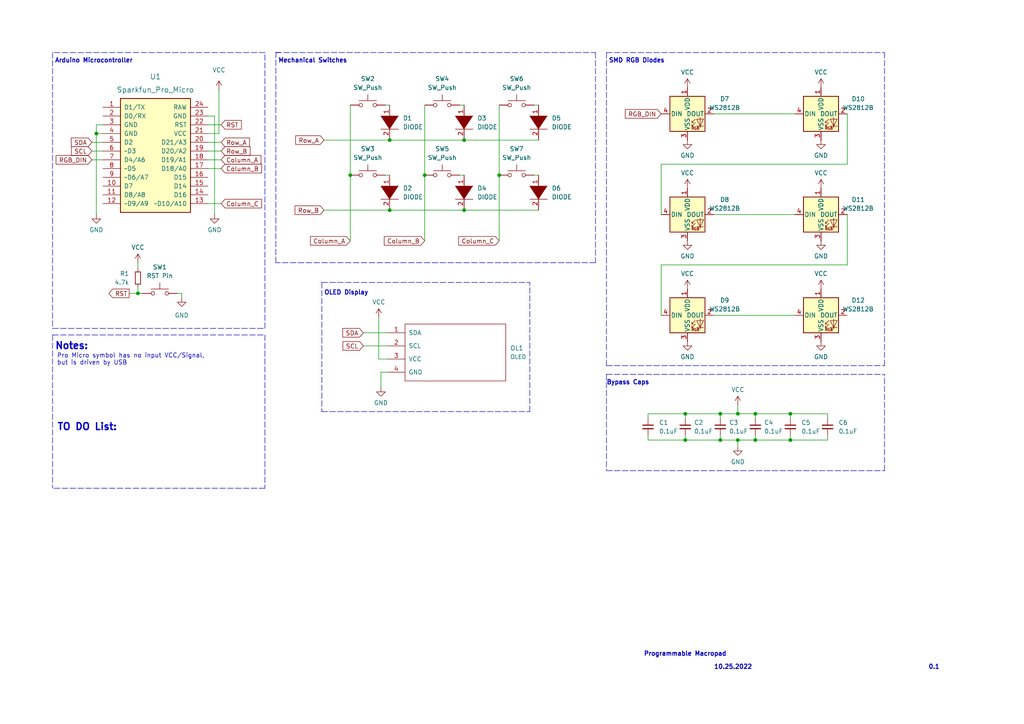
<source format=kicad_sch>
(kicad_sch (version 20211123) (generator eeschema)

  (uuid 296be9d1-a5d5-4ae1-b69a-1be845a66a1c)

  (paper "A4")

  (lib_symbols
    (symbol "Arduino:Sparkfun_Pro_Micro" (pin_names (offset 1.016)) (in_bom yes) (on_board yes)
      (property "Reference" "U" (id 0) (at -8.89 21.59 0)
        (effects (font (size 1.524 1.524)))
      )
      (property "Value" "Sparkfun_Pro_Micro" (id 1) (at 0 19.05 0)
        (effects (font (size 1.524 1.524)))
      )
      (property "Footprint" "Arduino:Sparkfun_Pro_Micro" (id 2) (at 0 -16.51 0)
        (effects (font (size 1.524 1.524)) hide)
      )
      (property "Datasheet" "https://www.sparkfun.com/products/12640" (id 3) (at 2.54 -26.67 0)
        (effects (font (size 1.524 1.524)) hide)
      )
      (property "ki_keywords" "Arduino Sparkfun pro micro microcontroller module USB" (id 4) (at 0 0 0)
        (effects (font (size 1.27 1.27)) hide)
      )
      (property "ki_description" "Sparkfun Pro Micro" (id 5) (at 0 0 0)
        (effects (font (size 1.27 1.27)) hide)
      )
      (symbol "Sparkfun_Pro_Micro_0_1"
        (rectangle (start -10.16 17.78) (end 10.16 -15.24)
          (stroke (width 0.254) (type default) (color 0 0 0 0))
          (fill (type background))
        )
      )
      (symbol "Sparkfun_Pro_Micro_1_1"
        (pin bidirectional line (at -15.24 15.24 0) (length 5.08)
          (name "D1/TX" (effects (font (size 1.27 1.27))))
          (number "1" (effects (font (size 1.27 1.27))))
        )
        (pin bidirectional line (at -15.24 -7.62 0) (length 5.08)
          (name "D7" (effects (font (size 1.27 1.27))))
          (number "10" (effects (font (size 1.27 1.27))))
        )
        (pin bidirectional line (at -15.24 -10.16 0) (length 5.08)
          (name "D8/A8" (effects (font (size 1.27 1.27))))
          (number "11" (effects (font (size 1.27 1.27))))
        )
        (pin bidirectional line (at -15.24 -12.7 0) (length 5.08)
          (name "~D9/A9" (effects (font (size 1.27 1.27))))
          (number "12" (effects (font (size 1.27 1.27))))
        )
        (pin bidirectional line (at 15.24 -12.7 180) (length 5.08)
          (name "~D10/A10" (effects (font (size 1.27 1.27))))
          (number "13" (effects (font (size 1.27 1.27))))
        )
        (pin bidirectional line (at 15.24 -10.16 180) (length 5.08)
          (name "D16" (effects (font (size 1.27 1.27))))
          (number "14" (effects (font (size 1.27 1.27))))
        )
        (pin bidirectional line (at 15.24 -7.62 180) (length 5.08)
          (name "D14" (effects (font (size 1.27 1.27))))
          (number "15" (effects (font (size 1.27 1.27))))
        )
        (pin bidirectional line (at 15.24 -5.08 180) (length 5.08)
          (name "D15" (effects (font (size 1.27 1.27))))
          (number "16" (effects (font (size 1.27 1.27))))
        )
        (pin bidirectional line (at 15.24 -2.54 180) (length 5.08)
          (name "D18/A0" (effects (font (size 1.27 1.27))))
          (number "17" (effects (font (size 1.27 1.27))))
        )
        (pin bidirectional line (at 15.24 0 180) (length 5.08)
          (name "D19/A1" (effects (font (size 1.27 1.27))))
          (number "18" (effects (font (size 1.27 1.27))))
        )
        (pin bidirectional line (at 15.24 2.54 180) (length 5.08)
          (name "D20/A2" (effects (font (size 1.27 1.27))))
          (number "19" (effects (font (size 1.27 1.27))))
        )
        (pin bidirectional line (at -15.24 12.7 0) (length 5.08)
          (name "D0/RX" (effects (font (size 1.27 1.27))))
          (number "2" (effects (font (size 1.27 1.27))))
        )
        (pin bidirectional line (at 15.24 5.08 180) (length 5.08)
          (name "D21/A3" (effects (font (size 1.27 1.27))))
          (number "20" (effects (font (size 1.27 1.27))))
        )
        (pin power_in line (at 15.24 7.62 180) (length 5.08)
          (name "VCC" (effects (font (size 1.27 1.27))))
          (number "21" (effects (font (size 1.27 1.27))))
        )
        (pin input line (at 15.24 10.16 180) (length 5.08)
          (name "RST" (effects (font (size 1.27 1.27))))
          (number "22" (effects (font (size 1.27 1.27))))
        )
        (pin power_in line (at 15.24 12.7 180) (length 5.08)
          (name "GND" (effects (font (size 1.27 1.27))))
          (number "23" (effects (font (size 1.27 1.27))))
        )
        (pin power_in line (at 15.24 15.24 180) (length 5.08)
          (name "RAW" (effects (font (size 1.27 1.27))))
          (number "24" (effects (font (size 1.27 1.27))))
        )
        (pin power_in line (at -15.24 10.16 0) (length 5.08)
          (name "GND" (effects (font (size 1.27 1.27))))
          (number "3" (effects (font (size 1.27 1.27))))
        )
        (pin power_in line (at -15.24 7.62 0) (length 5.08)
          (name "GND" (effects (font (size 1.27 1.27))))
          (number "4" (effects (font (size 1.27 1.27))))
        )
        (pin bidirectional line (at -15.24 5.08 0) (length 5.08)
          (name "D2" (effects (font (size 1.27 1.27))))
          (number "5" (effects (font (size 1.27 1.27))))
        )
        (pin bidirectional line (at -15.24 2.54 0) (length 5.08)
          (name "~D3" (effects (font (size 1.27 1.27))))
          (number "6" (effects (font (size 1.27 1.27))))
        )
        (pin bidirectional line (at -15.24 0 0) (length 5.08)
          (name "D4/A6" (effects (font (size 1.27 1.27))))
          (number "7" (effects (font (size 1.27 1.27))))
        )
        (pin bidirectional line (at -15.24 -2.54 0) (length 5.08)
          (name "~D5" (effects (font (size 1.27 1.27))))
          (number "8" (effects (font (size 1.27 1.27))))
        )
        (pin bidirectional line (at -15.24 -5.08 0) (length 5.08)
          (name "~D6/A7" (effects (font (size 1.27 1.27))))
          (number "9" (effects (font (size 1.27 1.27))))
        )
      )
    )
    (symbol "Device:C_Small" (pin_numbers hide) (pin_names (offset 0.254) hide) (in_bom yes) (on_board yes)
      (property "Reference" "C" (id 0) (at 0.254 1.778 0)
        (effects (font (size 1.27 1.27)) (justify left))
      )
      (property "Value" "C_Small" (id 1) (at 0.254 -2.032 0)
        (effects (font (size 1.27 1.27)) (justify left))
      )
      (property "Footprint" "" (id 2) (at 0 0 0)
        (effects (font (size 1.27 1.27)) hide)
      )
      (property "Datasheet" "~" (id 3) (at 0 0 0)
        (effects (font (size 1.27 1.27)) hide)
      )
      (property "ki_keywords" "capacitor cap" (id 4) (at 0 0 0)
        (effects (font (size 1.27 1.27)) hide)
      )
      (property "ki_description" "Unpolarized capacitor, small symbol" (id 5) (at 0 0 0)
        (effects (font (size 1.27 1.27)) hide)
      )
      (property "ki_fp_filters" "C_*" (id 6) (at 0 0 0)
        (effects (font (size 1.27 1.27)) hide)
      )
      (symbol "C_Small_0_1"
        (polyline
          (pts
            (xy -1.524 -0.508)
            (xy 1.524 -0.508)
          )
          (stroke (width 0.3302) (type default) (color 0 0 0 0))
          (fill (type none))
        )
        (polyline
          (pts
            (xy -1.524 0.508)
            (xy 1.524 0.508)
          )
          (stroke (width 0.3048) (type default) (color 0 0 0 0))
          (fill (type none))
        )
      )
      (symbol "C_Small_1_1"
        (pin passive line (at 0 2.54 270) (length 2.032)
          (name "~" (effects (font (size 1.27 1.27))))
          (number "1" (effects (font (size 1.27 1.27))))
        )
        (pin passive line (at 0 -2.54 90) (length 2.032)
          (name "~" (effects (font (size 1.27 1.27))))
          (number "2" (effects (font (size 1.27 1.27))))
        )
      )
    )
    (symbol "Device:R_Small" (pin_numbers hide) (pin_names (offset 0.254) hide) (in_bom yes) (on_board yes)
      (property "Reference" "R" (id 0) (at 0.762 0.508 0)
        (effects (font (size 1.27 1.27)) (justify left))
      )
      (property "Value" "R_Small" (id 1) (at 0.762 -1.016 0)
        (effects (font (size 1.27 1.27)) (justify left))
      )
      (property "Footprint" "" (id 2) (at 0 0 0)
        (effects (font (size 1.27 1.27)) hide)
      )
      (property "Datasheet" "~" (id 3) (at 0 0 0)
        (effects (font (size 1.27 1.27)) hide)
      )
      (property "ki_keywords" "R resistor" (id 4) (at 0 0 0)
        (effects (font (size 1.27 1.27)) hide)
      )
      (property "ki_description" "Resistor, small symbol" (id 5) (at 0 0 0)
        (effects (font (size 1.27 1.27)) hide)
      )
      (property "ki_fp_filters" "R_*" (id 6) (at 0 0 0)
        (effects (font (size 1.27 1.27)) hide)
      )
      (symbol "R_Small_0_1"
        (rectangle (start -0.762 1.778) (end 0.762 -1.778)
          (stroke (width 0.2032) (type default) (color 0 0 0 0))
          (fill (type none))
        )
      )
      (symbol "R_Small_1_1"
        (pin passive line (at 0 2.54 270) (length 0.762)
          (name "~" (effects (font (size 1.27 1.27))))
          (number "1" (effects (font (size 1.27 1.27))))
        )
        (pin passive line (at 0 -2.54 90) (length 0.762)
          (name "~" (effects (font (size 1.27 1.27))))
          (number "2" (effects (font (size 1.27 1.27))))
        )
      )
    )
    (symbol "LED:WS2812B" (pin_names (offset 0.254)) (in_bom yes) (on_board yes)
      (property "Reference" "D" (id 0) (at 5.08 5.715 0)
        (effects (font (size 1.27 1.27)) (justify right bottom))
      )
      (property "Value" "WS2812B" (id 1) (at 1.27 -5.715 0)
        (effects (font (size 1.27 1.27)) (justify left top))
      )
      (property "Footprint" "LED_SMD:LED_WS2812B_PLCC4_5.0x5.0mm_P3.2mm" (id 2) (at 1.27 -7.62 0)
        (effects (font (size 1.27 1.27)) (justify left top) hide)
      )
      (property "Datasheet" "https://cdn-shop.adafruit.com/datasheets/WS2812B.pdf" (id 3) (at 2.54 -9.525 0)
        (effects (font (size 1.27 1.27)) (justify left top) hide)
      )
      (property "ki_keywords" "RGB LED NeoPixel addressable" (id 4) (at 0 0 0)
        (effects (font (size 1.27 1.27)) hide)
      )
      (property "ki_description" "RGB LED with integrated controller" (id 5) (at 0 0 0)
        (effects (font (size 1.27 1.27)) hide)
      )
      (property "ki_fp_filters" "LED*WS2812*PLCC*5.0x5.0mm*P3.2mm*" (id 6) (at 0 0 0)
        (effects (font (size 1.27 1.27)) hide)
      )
      (symbol "WS2812B_0_0"
        (text "RGB" (at 2.286 -4.191 0)
          (effects (font (size 0.762 0.762)))
        )
      )
      (symbol "WS2812B_0_1"
        (polyline
          (pts
            (xy 1.27 -3.556)
            (xy 1.778 -3.556)
          )
          (stroke (width 0) (type default) (color 0 0 0 0))
          (fill (type none))
        )
        (polyline
          (pts
            (xy 1.27 -2.54)
            (xy 1.778 -2.54)
          )
          (stroke (width 0) (type default) (color 0 0 0 0))
          (fill (type none))
        )
        (polyline
          (pts
            (xy 4.699 -3.556)
            (xy 2.667 -3.556)
          )
          (stroke (width 0) (type default) (color 0 0 0 0))
          (fill (type none))
        )
        (polyline
          (pts
            (xy 2.286 -2.54)
            (xy 1.27 -3.556)
            (xy 1.27 -3.048)
          )
          (stroke (width 0) (type default) (color 0 0 0 0))
          (fill (type none))
        )
        (polyline
          (pts
            (xy 2.286 -1.524)
            (xy 1.27 -2.54)
            (xy 1.27 -2.032)
          )
          (stroke (width 0) (type default) (color 0 0 0 0))
          (fill (type none))
        )
        (polyline
          (pts
            (xy 3.683 -1.016)
            (xy 3.683 -3.556)
            (xy 3.683 -4.064)
          )
          (stroke (width 0) (type default) (color 0 0 0 0))
          (fill (type none))
        )
        (polyline
          (pts
            (xy 4.699 -1.524)
            (xy 2.667 -1.524)
            (xy 3.683 -3.556)
            (xy 4.699 -1.524)
          )
          (stroke (width 0) (type default) (color 0 0 0 0))
          (fill (type none))
        )
        (rectangle (start 5.08 5.08) (end -5.08 -5.08)
          (stroke (width 0.254) (type default) (color 0 0 0 0))
          (fill (type background))
        )
      )
      (symbol "WS2812B_1_1"
        (pin power_in line (at 0 7.62 270) (length 2.54)
          (name "VDD" (effects (font (size 1.27 1.27))))
          (number "1" (effects (font (size 1.27 1.27))))
        )
        (pin output line (at 7.62 0 180) (length 2.54)
          (name "DOUT" (effects (font (size 1.27 1.27))))
          (number "2" (effects (font (size 1.27 1.27))))
        )
        (pin power_in line (at 0 -7.62 90) (length 2.54)
          (name "VSS" (effects (font (size 1.27 1.27))))
          (number "3" (effects (font (size 1.27 1.27))))
        )
        (pin input line (at -7.62 0 0) (length 2.54)
          (name "DIN" (effects (font (size 1.27 1.27))))
          (number "4" (effects (font (size 1.27 1.27))))
        )
      )
    )
    (symbol "SSD1306 OLED:OLED" (pin_names (offset 1.016)) (in_bom yes) (on_board yes)
      (property "Reference" "OL" (id 0) (at 0 2.54 0)
        (effects (font (size 1.2954 1.2954)))
      )
      (property "Value" "OLED" (id 1) (at 0 -1.27 0)
        (effects (font (size 1.1938 1.1938)))
      )
      (property "Footprint" "" (id 2) (at 0 2.54 0)
        (effects (font (size 1.524 1.524)) hide)
      )
      (property "Datasheet" "" (id 3) (at 0 2.54 0)
        (effects (font (size 1.524 1.524)) hide)
      )
      (symbol "OLED_0_1"
        (rectangle (start -13.97 8.89) (end 15.24 -7.62)
          (stroke (width 0) (type default) (color 0 0 0 0))
          (fill (type none))
        )
      )
      (symbol "OLED_1_1"
        (pin bidirectional line (at -19.05 6.35 0) (length 5.08)
          (name "SDA" (effects (font (size 1.27 1.27))))
          (number "1" (effects (font (size 1.27 1.27))))
        )
        (pin bidirectional line (at -19.05 2.54 0) (length 5.08)
          (name "SCL" (effects (font (size 1.27 1.27))))
          (number "2" (effects (font (size 1.27 1.27))))
        )
        (pin power_in line (at -19.05 -1.27 0) (length 5.08)
          (name "VCC" (effects (font (size 1.27 1.27))))
          (number "3" (effects (font (size 1.27 1.27))))
        )
        (pin power_in line (at -19.05 -5.08 0) (length 5.08)
          (name "GND" (effects (font (size 1.27 1.27))))
          (number "4" (effects (font (size 1.27 1.27))))
        )
      )
    )
    (symbol "Switch:SW_Push" (pin_numbers hide) (pin_names (offset 1.016) hide) (in_bom yes) (on_board yes)
      (property "Reference" "SW" (id 0) (at 1.27 2.54 0)
        (effects (font (size 1.27 1.27)) (justify left))
      )
      (property "Value" "SW_Push" (id 1) (at 0 -1.524 0)
        (effects (font (size 1.27 1.27)))
      )
      (property "Footprint" "" (id 2) (at 0 5.08 0)
        (effects (font (size 1.27 1.27)) hide)
      )
      (property "Datasheet" "~" (id 3) (at 0 5.08 0)
        (effects (font (size 1.27 1.27)) hide)
      )
      (property "ki_keywords" "switch normally-open pushbutton push-button" (id 4) (at 0 0 0)
        (effects (font (size 1.27 1.27)) hide)
      )
      (property "ki_description" "Push button switch, generic, two pins" (id 5) (at 0 0 0)
        (effects (font (size 1.27 1.27)) hide)
      )
      (symbol "SW_Push_0_1"
        (circle (center -2.032 0) (radius 0.508)
          (stroke (width 0) (type default) (color 0 0 0 0))
          (fill (type none))
        )
        (polyline
          (pts
            (xy 0 1.27)
            (xy 0 3.048)
          )
          (stroke (width 0) (type default) (color 0 0 0 0))
          (fill (type none))
        )
        (polyline
          (pts
            (xy 2.54 1.27)
            (xy -2.54 1.27)
          )
          (stroke (width 0) (type default) (color 0 0 0 0))
          (fill (type none))
        )
        (circle (center 2.032 0) (radius 0.508)
          (stroke (width 0) (type default) (color 0 0 0 0))
          (fill (type none))
        )
        (pin passive line (at -5.08 0 0) (length 2.54)
          (name "1" (effects (font (size 1.27 1.27))))
          (number "1" (effects (font (size 1.27 1.27))))
        )
        (pin passive line (at 5.08 0 180) (length 2.54)
          (name "2" (effects (font (size 1.27 1.27))))
          (number "2" (effects (font (size 1.27 1.27))))
        )
      )
    )
    (symbol "power:GND" (power) (pin_names (offset 0)) (in_bom yes) (on_board yes)
      (property "Reference" "#PWR" (id 0) (at 0 -6.35 0)
        (effects (font (size 1.27 1.27)) hide)
      )
      (property "Value" "GND" (id 1) (at 0 -3.81 0)
        (effects (font (size 1.27 1.27)))
      )
      (property "Footprint" "" (id 2) (at 0 0 0)
        (effects (font (size 1.27 1.27)) hide)
      )
      (property "Datasheet" "" (id 3) (at 0 0 0)
        (effects (font (size 1.27 1.27)) hide)
      )
      (property "ki_keywords" "power-flag" (id 4) (at 0 0 0)
        (effects (font (size 1.27 1.27)) hide)
      )
      (property "ki_description" "Power symbol creates a global label with name \"GND\" , ground" (id 5) (at 0 0 0)
        (effects (font (size 1.27 1.27)) hide)
      )
      (symbol "GND_0_1"
        (polyline
          (pts
            (xy 0 0)
            (xy 0 -1.27)
            (xy 1.27 -1.27)
            (xy 0 -2.54)
            (xy -1.27 -1.27)
            (xy 0 -1.27)
          )
          (stroke (width 0) (type default) (color 0 0 0 0))
          (fill (type none))
        )
      )
      (symbol "GND_1_1"
        (pin power_in line (at 0 0 270) (length 0) hide
          (name "GND" (effects (font (size 1.27 1.27))))
          (number "1" (effects (font (size 1.27 1.27))))
        )
      )
    )
    (symbol "power:VCC" (power) (pin_names (offset 0)) (in_bom yes) (on_board yes)
      (property "Reference" "#PWR" (id 0) (at 0 -3.81 0)
        (effects (font (size 1.27 1.27)) hide)
      )
      (property "Value" "VCC" (id 1) (at 0 3.81 0)
        (effects (font (size 1.27 1.27)))
      )
      (property "Footprint" "" (id 2) (at 0 0 0)
        (effects (font (size 1.27 1.27)) hide)
      )
      (property "Datasheet" "" (id 3) (at 0 0 0)
        (effects (font (size 1.27 1.27)) hide)
      )
      (property "ki_keywords" "power-flag" (id 4) (at 0 0 0)
        (effects (font (size 1.27 1.27)) hide)
      )
      (property "ki_description" "Power symbol creates a global label with name \"VCC\"" (id 5) (at 0 0 0)
        (effects (font (size 1.27 1.27)) hide)
      )
      (symbol "VCC_0_1"
        (polyline
          (pts
            (xy -0.762 1.27)
            (xy 0 2.54)
          )
          (stroke (width 0) (type default) (color 0 0 0 0))
          (fill (type none))
        )
        (polyline
          (pts
            (xy 0 0)
            (xy 0 2.54)
          )
          (stroke (width 0) (type default) (color 0 0 0 0))
          (fill (type none))
        )
        (polyline
          (pts
            (xy 0 2.54)
            (xy 0.762 1.27)
          )
          (stroke (width 0) (type default) (color 0 0 0 0))
          (fill (type none))
        )
      )
      (symbol "VCC_1_1"
        (pin power_in line (at 0 0 90) (length 0) hide
          (name "VCC" (effects (font (size 1.27 1.27))))
          (number "1" (effects (font (size 1.27 1.27))))
        )
      )
    )
    (symbol "pspice:DIODE" (pin_names (offset 1.016) hide) (in_bom yes) (on_board yes)
      (property "Reference" "D" (id 0) (at 0 3.81 0)
        (effects (font (size 1.27 1.27)))
      )
      (property "Value" "DIODE" (id 1) (at 0 -4.445 0)
        (effects (font (size 1.27 1.27)))
      )
      (property "Footprint" "" (id 2) (at 0 0 0)
        (effects (font (size 1.27 1.27)) hide)
      )
      (property "Datasheet" "~" (id 3) (at 0 0 0)
        (effects (font (size 1.27 1.27)) hide)
      )
      (property "ki_keywords" "simulation" (id 4) (at 0 0 0)
        (effects (font (size 1.27 1.27)) hide)
      )
      (property "ki_description" "Diode symbol for simulation only. Pin order incompatible with official kicad footprints" (id 5) (at 0 0 0)
        (effects (font (size 1.27 1.27)) hide)
      )
      (symbol "DIODE_0_1"
        (polyline
          (pts
            (xy 1.905 2.54)
            (xy 1.905 -2.54)
          )
          (stroke (width 0) (type default) (color 0 0 0 0))
          (fill (type none))
        )
        (polyline
          (pts
            (xy -1.905 2.54)
            (xy -1.905 -2.54)
            (xy 1.905 0)
          )
          (stroke (width 0) (type default) (color 0 0 0 0))
          (fill (type outline))
        )
      )
      (symbol "DIODE_1_1"
        (pin input line (at -5.08 0 0) (length 3.81)
          (name "K" (effects (font (size 1.27 1.27))))
          (number "1" (effects (font (size 1.27 1.27))))
        )
        (pin input line (at 5.08 0 180) (length 3.81)
          (name "A" (effects (font (size 1.27 1.27))))
          (number "2" (effects (font (size 1.27 1.27))))
        )
      )
    )
  )

  (junction (at 213.995 127.635) (diameter 0) (color 0 0 0 0)
    (uuid 0308b3b5-c442-4ee1-97ef-f75dcff9b191)
  )
  (junction (at 101.6 50.8) (diameter 0) (color 0 0 0 0)
    (uuid 05d031d5-4702-498a-aa13-b3a825ee8621)
  )
  (junction (at 134.62 40.64) (diameter 0) (color 0 0 0 0)
    (uuid 0bf541d3-c75b-4520-b3f3-91356b56e2c4)
  )
  (junction (at 198.755 120.015) (diameter 0) (color 0 0 0 0)
    (uuid 2a074388-7a13-4477-8796-82a33fe2f887)
  )
  (junction (at 198.755 127.635) (diameter 0) (color 0 0 0 0)
    (uuid 2e1d6a9b-9ced-4c55-94f3-c7d40be53e4f)
  )
  (junction (at 134.62 60.96) (diameter 0) (color 0 0 0 0)
    (uuid 345bb026-d6dd-4195-b436-e4a6e6bcef7c)
  )
  (junction (at 219.075 127.635) (diameter 0) (color 0 0 0 0)
    (uuid 43ed79a5-f63f-4298-b2f0-da3f0ff50f7e)
  )
  (junction (at 113.03 60.96) (diameter 0) (color 0 0 0 0)
    (uuid 47c0a743-ce3b-4298-b637-aa49d74e8a40)
  )
  (junction (at 144.78 50.8) (diameter 0) (color 0 0 0 0)
    (uuid 4e6abbe9-c915-44f4-8297-a2c139734667)
  )
  (junction (at 229.235 127.635) (diameter 0) (color 0 0 0 0)
    (uuid abeeda1f-f8fb-49c9-acdc-b2070ed731f9)
  )
  (junction (at 219.075 120.015) (diameter 0) (color 0 0 0 0)
    (uuid aee770a0-33c2-4d3a-b6cb-2182ff6cf866)
  )
  (junction (at 27.94 38.735) (diameter 0) (color 0 0 0 0)
    (uuid b6d5a74a-98ac-469c-aaed-373f8a757017)
  )
  (junction (at 213.995 120.015) (diameter 0) (color 0 0 0 0)
    (uuid bad1c142-a087-47eb-9aa2-ea6c7e79cfde)
  )
  (junction (at 113.03 40.64) (diameter 0) (color 0 0 0 0)
    (uuid bfa2d278-4e9c-442c-b57e-d06fc97b43a2)
  )
  (junction (at 123.19 50.8) (diameter 0) (color 0 0 0 0)
    (uuid db4d7fde-0cfd-4f5c-91c9-32d88b080d5e)
  )
  (junction (at 208.915 120.015) (diameter 0) (color 0 0 0 0)
    (uuid db89feb9-75bc-41ce-8e04-61d6ce4b191d)
  )
  (junction (at 40.005 85.09) (diameter 0) (color 0 0 0 0)
    (uuid dcef3e1e-af29-4859-94bb-29efa4057943)
  )
  (junction (at 208.915 127.635) (diameter 0) (color 0 0 0 0)
    (uuid eb5df5ea-dcbc-4f47-bacf-7be131814b68)
  )
  (junction (at 229.235 120.015) (diameter 0) (color 0 0 0 0)
    (uuid f2862acf-a274-4a46-8290-62956950d006)
  )

  (wire (pts (xy 240.03 120.015) (xy 240.03 121.285))
    (stroke (width 0) (type default) (color 0 0 0 0))
    (uuid 0164213c-b2da-41e0-929e-68f2178caec5)
  )
  (wire (pts (xy 133.35 50.8) (xy 134.62 50.8))
    (stroke (width 0) (type default) (color 0 0 0 0))
    (uuid 02e68cfa-12a3-48d1-9ba4-1b46573f1c1a)
  )
  (polyline (pts (xy 76.835 97.155) (xy 76.835 141.605))
    (stroke (width 0) (type default) (color 0 0 0 0))
    (uuid 035f4974-8dff-4fd5-859d-66dfbbba52dc)
  )

  (wire (pts (xy 113.03 60.96) (xy 134.62 60.96))
    (stroke (width 0) (type default) (color 0 0 0 0))
    (uuid 03e6ed85-030e-4665-b16d-12ff40b3cb33)
  )
  (wire (pts (xy 60.325 33.655) (xy 62.23 33.655))
    (stroke (width 0) (type default) (color 0 0 0 0))
    (uuid 0733d5d8-5c11-4153-ad89-405f3ee74167)
  )
  (wire (pts (xy 207.01 62.23) (xy 230.505 62.23))
    (stroke (width 0) (type default) (color 0 0 0 0))
    (uuid 081a775b-2a6e-4ad1-a5de-b787ff7062c1)
  )
  (polyline (pts (xy 76.835 141.605) (xy 15.24 141.605))
    (stroke (width 0) (type default) (color 0 0 0 0))
    (uuid 08f2731b-c817-48d7-94ef-0ee00f1465c2)
  )
  (polyline (pts (xy 172.72 76.2) (xy 80.01 76.2))
    (stroke (width 0) (type default) (color 0 0 0 0))
    (uuid 09d7e63f-8da9-495b-ba9d-fb61d8237d44)
  )

  (wire (pts (xy 229.235 127.635) (xy 240.03 127.635))
    (stroke (width 0) (type default) (color 0 0 0 0))
    (uuid 0d622719-a33d-4da1-b517-61cc0b9446f0)
  )
  (wire (pts (xy 93.98 40.64) (xy 113.03 40.64))
    (stroke (width 0) (type default) (color 0 0 0 0))
    (uuid 0dfa8bc4-3ca9-402d-ba92-b7185fbca7df)
  )
  (wire (pts (xy 101.6 50.8) (xy 101.6 69.85))
    (stroke (width 0) (type default) (color 0 0 0 0))
    (uuid 139606c8-8572-4da2-9986-e7b3c3cf9708)
  )
  (wire (pts (xy 191.77 76.835) (xy 191.77 91.44))
    (stroke (width 0) (type default) (color 0 0 0 0))
    (uuid 1421478f-8024-4fdb-897b-3959bcac36fd)
  )
  (wire (pts (xy 111.76 50.8) (xy 113.03 50.8))
    (stroke (width 0) (type default) (color 0 0 0 0))
    (uuid 173e5941-759c-43bd-8f1d-4bca38f8258b)
  )
  (wire (pts (xy 29.845 36.195) (xy 27.94 36.195))
    (stroke (width 0) (type default) (color 0 0 0 0))
    (uuid 17752519-b4e0-4b9e-a2b7-2fec171f2696)
  )
  (wire (pts (xy 213.995 127.635) (xy 219.075 127.635))
    (stroke (width 0) (type default) (color 0 0 0 0))
    (uuid 18f28e30-7a84-43bb-a936-9b8a8c7cf3f5)
  )
  (wire (pts (xy 219.075 120.015) (xy 229.235 120.015))
    (stroke (width 0) (type default) (color 0 0 0 0))
    (uuid 1db7b48c-98a0-424f-8fbf-822d1d0922f5)
  )
  (wire (pts (xy 187.96 120.015) (xy 198.755 120.015))
    (stroke (width 0) (type default) (color 0 0 0 0))
    (uuid 1f0314be-88cc-4d58-a664-1eebc46924a8)
  )
  (polyline (pts (xy 256.54 136.525) (xy 256.54 108.585))
    (stroke (width 0) (type default) (color 0 0 0 0))
    (uuid 21690dd8-da26-4cad-806a-0cc59d818279)
  )

  (wire (pts (xy 208.915 120.015) (xy 213.995 120.015))
    (stroke (width 0) (type default) (color 0 0 0 0))
    (uuid 23981bc4-982b-4625-bf33-5ec444bca52a)
  )
  (wire (pts (xy 105.41 96.52) (xy 112.395 96.52))
    (stroke (width 0) (type default) (color 0 0 0 0))
    (uuid 23e63bc8-81c7-4684-b09b-9eb1d5d97d8c)
  )
  (wire (pts (xy 105.41 100.33) (xy 112.395 100.33))
    (stroke (width 0) (type default) (color 0 0 0 0))
    (uuid 2902a3ba-2870-4dd8-8f7b-b5bf85fa460d)
  )
  (wire (pts (xy 245.745 76.835) (xy 191.77 76.835))
    (stroke (width 0) (type default) (color 0 0 0 0))
    (uuid 2bc8e45d-aef9-4cc8-be89-c7e69c33b7bc)
  )
  (wire (pts (xy 144.78 50.8) (xy 144.78 69.85))
    (stroke (width 0) (type default) (color 0 0 0 0))
    (uuid 2c0a471b-2f1c-4100-abb8-944a1a7f3b2d)
  )
  (wire (pts (xy 198.755 120.015) (xy 198.755 121.285))
    (stroke (width 0) (type default) (color 0 0 0 0))
    (uuid 33b7f8ed-c194-4787-96ed-f088ba5b1e56)
  )
  (polyline (pts (xy 172.72 15.24) (xy 172.72 76.2))
    (stroke (width 0) (type default) (color 0 0 0 0))
    (uuid 394aea3b-65bd-4369-8f57-49dfd82f7035)
  )

  (wire (pts (xy 62.23 33.655) (xy 62.23 62.23))
    (stroke (width 0) (type default) (color 0 0 0 0))
    (uuid 3ae4cb93-7ad6-4405-b88c-132417958d81)
  )
  (polyline (pts (xy 80.01 15.24) (xy 172.72 15.24))
    (stroke (width 0) (type default) (color 0 0 0 0))
    (uuid 3b95546c-033d-4360-b5cc-08a6167dc907)
  )
  (polyline (pts (xy 93.345 81.915) (xy 153.67 81.915))
    (stroke (width 0) (type default) (color 0 0 0 0))
    (uuid 3e3f8555-cbb0-4349-97f0-f91fd4a7bf7a)
  )

  (wire (pts (xy 63.5 26.035) (xy 63.5 38.735))
    (stroke (width 0) (type default) (color 0 0 0 0))
    (uuid 3f9ace8a-aaa5-427d-a5a3-5b7502e4641d)
  )
  (wire (pts (xy 123.19 30.48) (xy 123.19 50.8))
    (stroke (width 0) (type default) (color 0 0 0 0))
    (uuid 44aec5fb-77f3-487a-8281-68da27f30227)
  )
  (wire (pts (xy 40.005 76.2) (xy 40.005 78.105))
    (stroke (width 0) (type default) (color 0 0 0 0))
    (uuid 45790f14-7cc2-4ce5-ae84-fd4f6e444745)
  )
  (wire (pts (xy 213.995 127.635) (xy 213.995 129.54))
    (stroke (width 0) (type default) (color 0 0 0 0))
    (uuid 4902d6e1-2d22-4808-9663-fc5e18f62ada)
  )
  (wire (pts (xy 187.96 126.365) (xy 187.96 127.635))
    (stroke (width 0) (type default) (color 0 0 0 0))
    (uuid 4a5afdc5-b5c7-4de8-b53f-3ad9b8ef0dfd)
  )
  (wire (pts (xy 60.325 48.895) (xy 64.135 48.895))
    (stroke (width 0) (type default) (color 0 0 0 0))
    (uuid 4a81ba79-9295-4902-9823-0378a9b3c8f6)
  )
  (wire (pts (xy 113.03 40.64) (xy 134.62 40.64))
    (stroke (width 0) (type default) (color 0 0 0 0))
    (uuid 4be76b6e-55f6-4b95-b2b0-de81c8e846e1)
  )
  (polyline (pts (xy 175.895 15.24) (xy 256.54 15.24))
    (stroke (width 0) (type default) (color 0 0 0 0))
    (uuid 4cafcfee-36c0-4aef-ba55-8bfa180c65c7)
  )

  (wire (pts (xy 123.19 50.8) (xy 123.19 69.85))
    (stroke (width 0) (type default) (color 0 0 0 0))
    (uuid 4dcd939f-90b5-458f-ad27-d31af533aca4)
  )
  (wire (pts (xy 245.745 33.02) (xy 245.745 47.625))
    (stroke (width 0) (type default) (color 0 0 0 0))
    (uuid 4f87f087-f734-4bd3-aee1-077b75885393)
  )
  (wire (pts (xy 27.94 38.735) (xy 27.94 62.23))
    (stroke (width 0) (type default) (color 0 0 0 0))
    (uuid 500f74d9-e3c9-440d-a4c5-b7091713810f)
  )
  (wire (pts (xy 240.03 127.635) (xy 240.03 126.365))
    (stroke (width 0) (type default) (color 0 0 0 0))
    (uuid 5052ffdd-5273-4a33-915e-640070b56400)
  )
  (wire (pts (xy 51.435 85.09) (xy 52.705 85.09))
    (stroke (width 0) (type default) (color 0 0 0 0))
    (uuid 510a778a-e657-4d98-849a-380cc24fd0eb)
  )
  (wire (pts (xy 60.325 59.055) (xy 64.135 59.055))
    (stroke (width 0) (type default) (color 0 0 0 0))
    (uuid 54db74e5-3b9c-4cc0-b0a7-6d835b6dc437)
  )
  (wire (pts (xy 198.755 126.365) (xy 198.755 127.635))
    (stroke (width 0) (type default) (color 0 0 0 0))
    (uuid 5635bfe1-b0fa-4561-a308-9090445b744f)
  )
  (wire (pts (xy 60.325 41.275) (xy 64.135 41.275))
    (stroke (width 0) (type default) (color 0 0 0 0))
    (uuid 5826dde0-3e45-47e5-ab65-2bb9713c1a53)
  )
  (wire (pts (xy 60.325 46.355) (xy 64.135 46.355))
    (stroke (width 0) (type default) (color 0 0 0 0))
    (uuid 58ad3328-34c9-4b76-90fc-139e8de9e583)
  )
  (polyline (pts (xy 15.24 15.24) (xy 15.24 95.25))
    (stroke (width 0) (type default) (color 0 0 0 0))
    (uuid 5aa26ea5-000d-4e8f-a9ac-14630167b3b3)
  )

  (wire (pts (xy 109.855 92.075) (xy 109.855 104.14))
    (stroke (width 0) (type default) (color 0 0 0 0))
    (uuid 5ad6c56a-ff8c-494d-83f3-129031571679)
  )
  (wire (pts (xy 134.62 40.64) (xy 156.21 40.64))
    (stroke (width 0) (type default) (color 0 0 0 0))
    (uuid 5af06791-d80c-416d-a917-20556e0131cb)
  )
  (polyline (pts (xy 175.895 136.525) (xy 256.54 136.525))
    (stroke (width 0) (type default) (color 0 0 0 0))
    (uuid 658a3d69-9ebb-48bf-9a11-a9f4d8da9ea9)
  )

  (wire (pts (xy 26.67 46.355) (xy 29.845 46.355))
    (stroke (width 0) (type default) (color 0 0 0 0))
    (uuid 6844a283-5349-4c9f-b97e-e2cc8f4d9751)
  )
  (wire (pts (xy 134.62 60.96) (xy 156.21 60.96))
    (stroke (width 0) (type default) (color 0 0 0 0))
    (uuid 69e1653e-f0ca-4b9b-a3d1-4f65169f8195)
  )
  (wire (pts (xy 187.96 121.285) (xy 187.96 120.015))
    (stroke (width 0) (type default) (color 0 0 0 0))
    (uuid 69e5a029-6ba5-4b20-9c31-313f0b8d7809)
  )
  (wire (pts (xy 207.01 91.44) (xy 230.505 91.44))
    (stroke (width 0) (type default) (color 0 0 0 0))
    (uuid 72471192-743a-420e-8341-535c9aaeed08)
  )
  (wire (pts (xy 245.745 62.23) (xy 245.745 76.835))
    (stroke (width 0) (type default) (color 0 0 0 0))
    (uuid 7511fdb2-a6fd-486a-9ed4-61c070f2f76d)
  )
  (wire (pts (xy 111.76 30.48) (xy 113.03 30.48))
    (stroke (width 0) (type default) (color 0 0 0 0))
    (uuid 7803070c-f01e-4d59-95c6-7dbc8f65ddbb)
  )
  (wire (pts (xy 101.6 30.48) (xy 101.6 50.8))
    (stroke (width 0) (type default) (color 0 0 0 0))
    (uuid 7c04cbaa-ea16-44ab-8ce3-e889768a2998)
  )
  (wire (pts (xy 229.235 120.015) (xy 240.03 120.015))
    (stroke (width 0) (type default) (color 0 0 0 0))
    (uuid 7cc3e4a7-383b-4b3c-beb2-6303ddc1c7b7)
  )
  (wire (pts (xy 219.075 127.635) (xy 229.235 127.635))
    (stroke (width 0) (type default) (color 0 0 0 0))
    (uuid 7f097d28-5fab-4361-a7d4-cf5418a210a8)
  )
  (polyline (pts (xy 175.895 108.585) (xy 175.895 136.525))
    (stroke (width 0) (type default) (color 0 0 0 0))
    (uuid 7f762859-99d1-4880-b393-d5c2d4b0737f)
  )

  (wire (pts (xy 208.915 126.365) (xy 208.915 127.635))
    (stroke (width 0) (type default) (color 0 0 0 0))
    (uuid 803b6e31-87cd-4fbd-9698-8bfc6e751879)
  )
  (wire (pts (xy 191.77 47.625) (xy 191.77 62.23))
    (stroke (width 0) (type default) (color 0 0 0 0))
    (uuid 83c25682-4c73-40ee-9aa0-5a8712137015)
  )
  (wire (pts (xy 37.465 85.09) (xy 40.005 85.09))
    (stroke (width 0) (type default) (color 0 0 0 0))
    (uuid 859e4716-e555-4ef5-9d33-5bb5fb288ca2)
  )
  (wire (pts (xy 112.395 107.95) (xy 110.49 107.95))
    (stroke (width 0) (type default) (color 0 0 0 0))
    (uuid 86b43759-06ee-406e-b55a-a76143fb5892)
  )
  (wire (pts (xy 198.755 127.635) (xy 208.915 127.635))
    (stroke (width 0) (type default) (color 0 0 0 0))
    (uuid 8967b9c0-2b68-4f8c-b712-708c09b613b6)
  )
  (wire (pts (xy 60.325 38.735) (xy 63.5 38.735))
    (stroke (width 0) (type default) (color 0 0 0 0))
    (uuid 89dd599e-cb6c-483d-80df-8f2b7fdeaca4)
  )
  (wire (pts (xy 93.98 60.96) (xy 113.03 60.96))
    (stroke (width 0) (type default) (color 0 0 0 0))
    (uuid 8c23cc86-a4e8-4cdf-a600-3ba5eba49edc)
  )
  (wire (pts (xy 144.78 30.48) (xy 144.78 50.8))
    (stroke (width 0) (type default) (color 0 0 0 0))
    (uuid 8f57ca90-bfb0-471c-9965-1a3b07ba04a9)
  )
  (polyline (pts (xy 153.67 119.38) (xy 153.67 81.915))
    (stroke (width 0) (type default) (color 0 0 0 0))
    (uuid 8f6a8058-1295-475c-9d78-bb4c27d81e27)
  )
  (polyline (pts (xy 93.345 119.38) (xy 153.67 119.38))
    (stroke (width 0) (type default) (color 0 0 0 0))
    (uuid 90805a4b-bc35-46d2-8862-0e7b4f8f8497)
  )

  (wire (pts (xy 187.96 127.635) (xy 198.755 127.635))
    (stroke (width 0) (type default) (color 0 0 0 0))
    (uuid 910dd718-a3e2-45c0-b6e7-5a3b3dce3e00)
  )
  (polyline (pts (xy 15.24 97.155) (xy 15.24 141.605))
    (stroke (width 0) (type default) (color 0 0 0 0))
    (uuid 922797ec-d618-4497-bf6d-3ee0ba99a25d)
  )

  (wire (pts (xy 213.995 117.475) (xy 213.995 120.015))
    (stroke (width 0) (type default) (color 0 0 0 0))
    (uuid 9478d3c6-821f-4258-8c90-a4e1aba5adc3)
  )
  (wire (pts (xy 60.325 43.815) (xy 64.135 43.815))
    (stroke (width 0) (type default) (color 0 0 0 0))
    (uuid 97f33c2c-8191-43bf-8fac-593b8d921684)
  )
  (polyline (pts (xy 93.345 81.915) (xy 93.345 119.38))
    (stroke (width 0) (type default) (color 0 0 0 0))
    (uuid 98dcdc92-f040-4521-a9cf-36583e516b48)
  )

  (wire (pts (xy 26.67 41.275) (xy 29.845 41.275))
    (stroke (width 0) (type default) (color 0 0 0 0))
    (uuid 9c08232a-694c-441a-89ec-d0c2de96e223)
  )
  (wire (pts (xy 219.075 126.365) (xy 219.075 127.635))
    (stroke (width 0) (type default) (color 0 0 0 0))
    (uuid a0f96771-e396-4333-9138-6a4dd4907e2f)
  )
  (polyline (pts (xy 256.54 106.045) (xy 256.54 15.24))
    (stroke (width 0) (type default) (color 0 0 0 0))
    (uuid a284956b-9ad7-418e-b110-78aa46fe52ab)
  )

  (wire (pts (xy 208.915 120.015) (xy 208.915 121.285))
    (stroke (width 0) (type default) (color 0 0 0 0))
    (uuid a2e3a5fc-bcb2-454c-b54c-df10f1b7dd22)
  )
  (wire (pts (xy 245.745 47.625) (xy 191.77 47.625))
    (stroke (width 0) (type default) (color 0 0 0 0))
    (uuid a8c0b6c6-a896-4b7f-a7cc-252d40c7052f)
  )
  (polyline (pts (xy 80.01 76.2) (xy 80.01 15.24))
    (stroke (width 0) (type default) (color 0 0 0 0))
    (uuid b21604c9-ae2d-4550-ac5c-500fd648c308)
  )
  (polyline (pts (xy 175.895 108.585) (xy 256.54 108.585))
    (stroke (width 0) (type default) (color 0 0 0 0))
    (uuid b7bbeb55-c6c8-47cd-b544-defad0bc7980)
  )

  (wire (pts (xy 198.755 120.015) (xy 208.915 120.015))
    (stroke (width 0) (type default) (color 0 0 0 0))
    (uuid bcda58b0-bb6d-4380-a578-ec055c75d2b0)
  )
  (polyline (pts (xy 15.24 97.155) (xy 76.835 97.155))
    (stroke (width 0) (type default) (color 0 0 0 0))
    (uuid bebf2a18-456d-42a5-8020-6c4b645c8a86)
  )

  (wire (pts (xy 219.075 120.015) (xy 219.075 121.285))
    (stroke (width 0) (type default) (color 0 0 0 0))
    (uuid bef2cb96-5b35-4c01-abc9-2c365aa313db)
  )
  (wire (pts (xy 154.94 50.8) (xy 156.21 50.8))
    (stroke (width 0) (type default) (color 0 0 0 0))
    (uuid c1b869be-874a-4060-816a-f9dfc85b34a1)
  )
  (wire (pts (xy 40.005 85.09) (xy 41.275 85.09))
    (stroke (width 0) (type default) (color 0 0 0 0))
    (uuid c72c782f-ace2-45c3-8bf9-5f1cb3e9add0)
  )
  (polyline (pts (xy 175.895 106.045) (xy 256.54 106.045))
    (stroke (width 0) (type default) (color 0 0 0 0))
    (uuid caa572b8-9e03-424e-9ab5-aaf082d62e20)
  )

  (wire (pts (xy 154.94 30.48) (xy 156.21 30.48))
    (stroke (width 0) (type default) (color 0 0 0 0))
    (uuid cb9e685b-29d9-4a7c-842f-2e8443ed54ed)
  )
  (wire (pts (xy 213.995 120.015) (xy 219.075 120.015))
    (stroke (width 0) (type default) (color 0 0 0 0))
    (uuid d7dc0fe7-125c-42db-ace8-f5f7bd6c258c)
  )
  (wire (pts (xy 60.325 36.195) (xy 64.135 36.195))
    (stroke (width 0) (type default) (color 0 0 0 0))
    (uuid dad1cb3c-dd59-4677-8c08-ef6bc80b5a26)
  )
  (wire (pts (xy 208.915 127.635) (xy 213.995 127.635))
    (stroke (width 0) (type default) (color 0 0 0 0))
    (uuid dc2f7d5f-5ce5-43ce-94ac-0b58caee40b6)
  )
  (wire (pts (xy 27.94 38.735) (xy 29.845 38.735))
    (stroke (width 0) (type default) (color 0 0 0 0))
    (uuid e3642fc8-a7d2-4b84-ac04-1bc07accc581)
  )
  (wire (pts (xy 207.01 33.02) (xy 230.505 33.02))
    (stroke (width 0) (type default) (color 0 0 0 0))
    (uuid e3b9347b-7d3e-486b-b9f0-aeca85c0ccac)
  )
  (wire (pts (xy 40.005 83.185) (xy 40.005 85.09))
    (stroke (width 0) (type default) (color 0 0 0 0))
    (uuid e4a770a8-4b8d-4341-a25b-02363dcfff1b)
  )
  (wire (pts (xy 229.235 126.365) (xy 229.235 127.635))
    (stroke (width 0) (type default) (color 0 0 0 0))
    (uuid e67b7ae3-d536-44e2-9abf-36842058a40f)
  )
  (wire (pts (xy 26.67 43.815) (xy 29.845 43.815))
    (stroke (width 0) (type default) (color 0 0 0 0))
    (uuid e8e3939f-573e-45e4-88df-af5add0d4303)
  )
  (wire (pts (xy 133.35 30.48) (xy 134.62 30.48))
    (stroke (width 0) (type default) (color 0 0 0 0))
    (uuid e9333bcd-2869-40b9-bd0d-0ea3a57470ca)
  )
  (polyline (pts (xy 76.835 95.25) (xy 76.835 15.24))
    (stroke (width 0) (type default) (color 0 0 0 0))
    (uuid eb64f141-1c0c-4fe3-87cb-9d188b78025a)
  )
  (polyline (pts (xy 175.895 15.24) (xy 175.895 106.045))
    (stroke (width 0) (type default) (color 0 0 0 0))
    (uuid eb9865e1-d057-44e0-bddb-8f6fdedfa76f)
  )

  (wire (pts (xy 110.49 107.95) (xy 110.49 112.395))
    (stroke (width 0) (type default) (color 0 0 0 0))
    (uuid ede342fb-34c0-4c3a-9673-77e80f0c76e6)
  )
  (wire (pts (xy 27.94 36.195) (xy 27.94 38.735))
    (stroke (width 0) (type default) (color 0 0 0 0))
    (uuid ee57659b-bd94-429f-8a6a-2df9563baa92)
  )
  (polyline (pts (xy 80.01 15.24) (xy 81.28 15.24))
    (stroke (width 0) (type default) (color 0 0 0 0))
    (uuid f0811a4b-5502-41d9-a150-b7fe12a3c4d8)
  )

  (wire (pts (xy 52.705 85.09) (xy 52.705 86.36))
    (stroke (width 0) (type default) (color 0 0 0 0))
    (uuid f256e18f-d9c7-43cf-b698-150b441536c1)
  )
  (wire (pts (xy 229.235 120.015) (xy 229.235 121.285))
    (stroke (width 0) (type default) (color 0 0 0 0))
    (uuid f32aa92b-a341-41b3-918f-47265c30a3c5)
  )
  (polyline (pts (xy 76.835 15.24) (xy 15.24 15.24))
    (stroke (width 0) (type default) (color 0 0 0 0))
    (uuid faae98f4-ec57-496d-8090-2bcc1e610313)
  )

  (wire (pts (xy 112.395 104.14) (xy 109.855 104.14))
    (stroke (width 0) (type default) (color 0 0 0 0))
    (uuid fbc6e3ba-cab5-434e-aab4-f6256690c402)
  )
  (polyline (pts (xy 15.24 95.25) (xy 76.835 95.25))
    (stroke (width 0) (type default) (color 0 0 0 0))
    (uuid fcefc82e-5d9e-4de0-855c-9f735f4b065d)
  )

  (text "0.1\n" (at 269.24 194.31 0)
    (effects (font (size 1.27 1.27) bold) (justify left bottom))
    (uuid 18f0e7bf-f54c-453b-83bf-c68f6b623047)
  )
  (text "Mechanical Switches\n" (at 80.645 18.415 0)
    (effects (font (size 1.27 1.27) bold) (justify left bottom))
    (uuid 58acc6a9-f02c-4a41-a714-cd64d0085d97)
  )
  (text "OLED Display\n" (at 93.98 85.725 0)
    (effects (font (size 1.27 1.27) (thickness 0.254) bold) (justify left bottom))
    (uuid 6b48285e-764d-4e10-9af2-e87447f4185e)
  )
  (text "10.25.2022\n" (at 207.01 194.31 0)
    (effects (font (size 1.27 1.27) bold) (justify left bottom))
    (uuid 9e88ebbd-bd4a-478c-b835-05a94f35b317)
  )
  (text "Arduino Microcontroller\n" (at 15.875 18.415 0)
    (effects (font (size 1.27 1.27) bold) (justify left bottom))
    (uuid a17a1e65-eff4-45ce-9aec-7d9cd6853ce9)
  )
  (text "Bypass Caps " (at 175.895 111.76 0)
    (effects (font (size 1.27 1.27) (thickness 0.254) bold) (justify left bottom))
    (uuid ab815548-3049-41a2-a709-1776c5a6f567)
  )
  (text "Notes:" (at 15.875 101.6 0)
    (effects (font (size 2 2) bold) (justify left bottom))
    (uuid c054712b-c20e-4f49-b8c5-03e0791b5835)
  )
  (text "TO DO List:\n" (at 16.51 125.095 0)
    (effects (font (size 2 2) bold) (justify left bottom))
    (uuid c0ffc2f4-3bc2-4754-95ff-35628be1d892)
  )
  (text "Programmable Macropad\n" (at 186.69 190.5 0)
    (effects (font (size 1.27 1.27) bold) (justify left bottom))
    (uuid c16d953e-7af9-4b3b-8ea3-e871b3598ea2)
  )
  (text "Pro Micro symbol has no input VCC/Signal, \nbut is driven by USB\n"
    (at 16.51 106.045 0)
    (effects (font (size 1.27 1.27)) (justify left bottom))
    (uuid d7548bec-0f7a-43af-aae6-275421357db7)
  )
  (text "SMD RGB Diodes\n" (at 176.53 18.415 0)
    (effects (font (size 1.27 1.27) bold) (justify left bottom))
    (uuid f8ec8f33-8050-4c56-be9c-f7bcd2b4a714)
  )

  (global_label "RGB_DIN" (shape input) (at 26.67 46.355 180) (fields_autoplaced)
    (effects (font (size 1.27 1.27)) (justify right))
    (uuid 2fbc0f7b-b9c9-4880-9421-d7510a6db442)
    (property "Intersheet References" "${INTERSHEET_REFS}" (id 0) (at 16.274 46.2756 0)
      (effects (font (size 1.27 1.27)) (justify right) hide)
    )
  )
  (global_label "Column_B" (shape input) (at 64.135 48.895 0) (fields_autoplaced)
    (effects (font (size 1.27 1.27)) (justify left))
    (uuid 419c1f12-985b-4f6d-b141-d657b1e4033f)
    (property "Intersheet References" "${INTERSHEET_REFS}" (id 0) (at 75.8614 48.9744 0)
      (effects (font (size 1.27 1.27)) (justify left) hide)
    )
  )
  (global_label "Row_A" (shape input) (at 64.135 41.275 0) (fields_autoplaced)
    (effects (font (size 1.27 1.27)) (justify left))
    (uuid 428ce40a-127c-4017-be5b-50e1d56eb234)
    (property "Intersheet References" "${INTERSHEET_REFS}" (id 0) (at 72.3538 41.3544 0)
      (effects (font (size 1.27 1.27)) (justify left) hide)
    )
  )
  (global_label "RGB_DIN" (shape input) (at 191.77 33.02 180) (fields_autoplaced)
    (effects (font (size 1.27 1.27)) (justify right))
    (uuid 45a14801-da4f-4670-8b91-3e9486be5685)
    (property "Intersheet References" "${INTERSHEET_REFS}" (id 0) (at 181.374 32.9406 0)
      (effects (font (size 1.27 1.27)) (justify right) hide)
    )
  )
  (global_label "Column_A" (shape input) (at 101.6 69.85 180) (fields_autoplaced)
    (effects (font (size 1.27 1.27)) (justify right))
    (uuid 4e67e834-c87e-4833-86a3-e37371f75172)
    (property "Intersheet References" "${INTERSHEET_REFS}" (id 0) (at 90.055 69.7706 0)
      (effects (font (size 1.27 1.27)) (justify right) hide)
    )
  )
  (global_label "SDA" (shape input) (at 105.41 96.52 180) (fields_autoplaced)
    (effects (font (size 1.27 1.27)) (justify right))
    (uuid 5b475aae-ba54-467d-992e-0814b657367f)
    (property "Intersheet References" "${INTERSHEET_REFS}" (id 0) (at 99.4288 96.4406 0)
      (effects (font (size 1.27 1.27)) (justify right) hide)
    )
  )
  (global_label "Column_A" (shape input) (at 64.135 46.355 0) (fields_autoplaced)
    (effects (font (size 1.27 1.27)) (justify left))
    (uuid 65c49f45-18d6-4141-b0e5-edd7e4c7a4e5)
    (property "Intersheet References" "${INTERSHEET_REFS}" (id 0) (at 75.68 46.4344 0)
      (effects (font (size 1.27 1.27)) (justify left) hide)
    )
  )
  (global_label "SCL" (shape input) (at 26.67 43.815 180) (fields_autoplaced)
    (effects (font (size 1.27 1.27)) (justify right))
    (uuid 6b569c1f-2bd0-4f4e-8c92-b5354f9287fe)
    (property "Intersheet References" "${INTERSHEET_REFS}" (id 0) (at 20.7493 43.7356 0)
      (effects (font (size 1.27 1.27)) (justify right) hide)
    )
  )
  (global_label "SDA" (shape input) (at 26.67 41.275 180) (fields_autoplaced)
    (effects (font (size 1.27 1.27)) (justify right))
    (uuid 6bb080a1-42a0-460e-ac79-667e1a94df53)
    (property "Intersheet References" "${INTERSHEET_REFS}" (id 0) (at 20.6888 41.1956 0)
      (effects (font (size 1.27 1.27)) (justify right) hide)
    )
  )
  (global_label "Column_C" (shape input) (at 144.78 69.85 180) (fields_autoplaced)
    (effects (font (size 1.27 1.27)) (justify right))
    (uuid 714dee74-9dcf-4a86-bb10-b5e8bbe0d71a)
    (property "Intersheet References" "${INTERSHEET_REFS}" (id 0) (at 133.0536 69.7706 0)
      (effects (font (size 1.27 1.27)) (justify right) hide)
    )
  )
  (global_label "Row_A" (shape input) (at 93.98 40.64 180) (fields_autoplaced)
    (effects (font (size 1.27 1.27)) (justify right))
    (uuid 75c908c2-9358-42a7-91cd-782722cbee6b)
    (property "Intersheet References" "${INTERSHEET_REFS}" (id 0) (at 85.7612 40.5606 0)
      (effects (font (size 1.27 1.27)) (justify right) hide)
    )
  )
  (global_label "SCL" (shape input) (at 105.41 100.33 180) (fields_autoplaced)
    (effects (font (size 1.27 1.27)) (justify right))
    (uuid 91a47672-07f8-405c-a0a2-dba88d329416)
    (property "Intersheet References" "${INTERSHEET_REFS}" (id 0) (at 99.4893 100.2506 0)
      (effects (font (size 1.27 1.27)) (justify right) hide)
    )
  )
  (global_label "Column_B" (shape input) (at 123.19 69.85 180) (fields_autoplaced)
    (effects (font (size 1.27 1.27)) (justify right))
    (uuid c146877a-035e-458c-82d5-311d8f506512)
    (property "Intersheet References" "${INTERSHEET_REFS}" (id 0) (at 111.4636 69.7706 0)
      (effects (font (size 1.27 1.27)) (justify right) hide)
    )
  )
  (global_label "RST" (shape input) (at 64.135 36.195 0) (fields_autoplaced)
    (effects (font (size 1.27 1.27)) (justify left))
    (uuid d08b05ae-44b6-4f46-a6a7-50dba4001d36)
    (property "Intersheet References" "${INTERSHEET_REFS}" (id 0) (at 69.9952 36.1156 0)
      (effects (font (size 1.27 1.27)) (justify left) hide)
    )
  )
  (global_label "Column_C" (shape input) (at 64.135 59.055 0) (fields_autoplaced)
    (effects (font (size 1.27 1.27)) (justify left))
    (uuid d1afe883-7a6e-46c7-8fb7-4358b8af18e1)
    (property "Intersheet References" "${INTERSHEET_REFS}" (id 0) (at 75.8614 59.1344 0)
      (effects (font (size 1.27 1.27)) (justify left) hide)
    )
  )
  (global_label "Row_B" (shape input) (at 93.98 60.96 180) (fields_autoplaced)
    (effects (font (size 1.27 1.27)) (justify right))
    (uuid d575ae4b-33d1-48db-85a3-b1ffe1359c63)
    (property "Intersheet References" "${INTERSHEET_REFS}" (id 0) (at 85.5798 60.8806 0)
      (effects (font (size 1.27 1.27)) (justify right) hide)
    )
  )
  (global_label "RST" (shape output) (at 37.465 85.09 180) (fields_autoplaced)
    (effects (font (size 1.27 1.27)) (justify right))
    (uuid dba403a5-cd29-460d-92af-08fe8957e9ca)
    (property "Intersheet References" "${INTERSHEET_REFS}" (id 0) (at 31.6048 85.0106 0)
      (effects (font (size 1.27 1.27)) (justify right) hide)
    )
  )
  (global_label "Row_B" (shape input) (at 64.135 43.815 0) (fields_autoplaced)
    (effects (font (size 1.27 1.27)) (justify left))
    (uuid f6af48a7-5986-43bf-a65b-cab4f1fc3a98)
    (property "Intersheet References" "${INTERSHEET_REFS}" (id 0) (at 72.5352 43.8944 0)
      (effects (font (size 1.27 1.27)) (justify left) hide)
    )
  )

  (symbol (lib_id "pspice:DIODE") (at 134.62 35.56 270) (unit 1)
    (in_bom yes) (on_board yes) (fields_autoplaced)
    (uuid 03892f35-22f8-4116-b049-edf27aacb9da)
    (property "Reference" "D3" (id 0) (at 138.43 34.2899 90)
      (effects (font (size 1.27 1.27)) (justify left))
    )
    (property "Value" "DIODE" (id 1) (at 138.43 36.8299 90)
      (effects (font (size 1.27 1.27)) (justify left))
    )
    (property "Footprint" "Diode_SMD:D_0201_0603Metric" (id 2) (at 134.62 35.56 0)
      (effects (font (size 1.27 1.27)) hide)
    )
    (property "Datasheet" "~" (id 3) (at 134.62 35.56 0)
      (effects (font (size 1.27 1.27)) hide)
    )
    (pin "1" (uuid c716a262-7168-4007-a454-f92814af1474))
    (pin "2" (uuid c0e57780-040a-4407-875a-6cb27b7a2585))
  )

  (symbol (lib_id "power:VCC") (at 109.855 92.075 0) (unit 1)
    (in_bom yes) (on_board yes)
    (uuid 0a58d8ee-4ef8-4d2f-896b-8a0a0ad70988)
    (property "Reference" "#PWR06" (id 0) (at 109.855 95.885 0)
      (effects (font (size 1.27 1.27)) hide)
    )
    (property "Value" "VCC" (id 1) (at 109.855 87.63 0))
    (property "Footprint" "" (id 2) (at 109.855 92.075 0)
      (effects (font (size 1.27 1.27)) hide)
    )
    (property "Datasheet" "" (id 3) (at 109.855 92.075 0)
      (effects (font (size 1.27 1.27)) hide)
    )
    (pin "1" (uuid 421ac92d-b1a7-4378-b3cf-d579917baf85))
  )

  (symbol (lib_id "pspice:DIODE") (at 113.03 55.88 270) (unit 1)
    (in_bom yes) (on_board yes) (fields_autoplaced)
    (uuid 118bd6e0-795d-4f4f-884c-b730b0ddf6db)
    (property "Reference" "D2" (id 0) (at 116.84 54.6099 90)
      (effects (font (size 1.27 1.27)) (justify left))
    )
    (property "Value" "DIODE" (id 1) (at 116.84 57.1499 90)
      (effects (font (size 1.27 1.27)) (justify left))
    )
    (property "Footprint" "Diode_SMD:D_0201_0603Metric" (id 2) (at 113.03 55.88 0)
      (effects (font (size 1.27 1.27)) hide)
    )
    (property "Datasheet" "~" (id 3) (at 113.03 55.88 0)
      (effects (font (size 1.27 1.27)) hide)
    )
    (pin "1" (uuid 08d786d6-c70f-402c-80bf-52f778d26efd))
    (pin "2" (uuid 5ad8f1cc-604a-4e7a-8bf7-20f4cd65428c))
  )

  (symbol (lib_id "power:VCC") (at 199.39 25.4 0) (unit 1)
    (in_bom yes) (on_board yes)
    (uuid 140e66a1-d61f-42d1-b3d8-cea06bbfb60b)
    (property "Reference" "#PWR08" (id 0) (at 199.39 29.21 0)
      (effects (font (size 1.27 1.27)) hide)
    )
    (property "Value" "VCC" (id 1) (at 199.39 20.955 0))
    (property "Footprint" "" (id 2) (at 199.39 25.4 0)
      (effects (font (size 1.27 1.27)) hide)
    )
    (property "Datasheet" "" (id 3) (at 199.39 25.4 0)
      (effects (font (size 1.27 1.27)) hide)
    )
    (pin "1" (uuid 10784293-6022-4e12-b107-c09b76a07134))
  )

  (symbol (lib_id "LED:WS2812B") (at 199.39 91.44 0) (unit 1)
    (in_bom yes) (on_board yes) (fields_autoplaced)
    (uuid 1622117a-162d-4f2e-8810-eb7248f50b39)
    (property "Reference" "D9" (id 0) (at 210.185 87.1093 0))
    (property "Value" "WS2812B" (id 1) (at 210.185 89.6493 0))
    (property "Footprint" "LED_SMD:LED_WS2812B_PLCC4_5.0x5.0mm_P3.2mm" (id 2) (at 200.66 99.06 0)
      (effects (font (size 1.27 1.27)) (justify left top) hide)
    )
    (property "Datasheet" "https://cdn-shop.adafruit.com/datasheets/WS2812B.pdf" (id 3) (at 201.93 100.965 0)
      (effects (font (size 1.27 1.27)) (justify left top) hide)
    )
    (pin "1" (uuid 1412f39f-79da-45ca-81ab-bb4cde240af0))
    (pin "2" (uuid 5a0ee9ee-5fb4-4ed2-9e40-1e586543f922))
    (pin "3" (uuid 6aaaa973-2de7-4a2c-8df5-0ffe0216bc2d))
    (pin "4" (uuid af190556-38aa-452f-9dc5-9ed330c69082))
  )

  (symbol (lib_id "power:GND") (at 213.995 129.54 0) (unit 1)
    (in_bom yes) (on_board yes) (fields_autoplaced)
    (uuid 1f26f49f-a502-4810-8c55-2e73ab48b005)
    (property "Reference" "#PWR015" (id 0) (at 213.995 135.89 0)
      (effects (font (size 1.27 1.27)) hide)
    )
    (property "Value" "GND" (id 1) (at 213.995 133.985 0))
    (property "Footprint" "" (id 2) (at 213.995 129.54 0)
      (effects (font (size 1.27 1.27)) hide)
    )
    (property "Datasheet" "" (id 3) (at 213.995 129.54 0)
      (effects (font (size 1.27 1.27)) hide)
    )
    (pin "1" (uuid cd19347a-182e-4b50-a97f-79da393b2b31))
  )

  (symbol (lib_id "Device:R_Small") (at 40.005 80.645 0) (mirror x) (unit 1)
    (in_bom yes) (on_board yes) (fields_autoplaced)
    (uuid 21fd369b-c9d5-4738-a84a-21c8e0b18649)
    (property "Reference" "R1" (id 0) (at 37.465 79.3749 0)
      (effects (font (size 1.27 1.27)) (justify right))
    )
    (property "Value" "4.7k" (id 1) (at 37.465 81.9149 0)
      (effects (font (size 1.27 1.27)) (justify right))
    )
    (property "Footprint" "Resistor_SMD:R_0201_0603Metric" (id 2) (at 40.005 80.645 0)
      (effects (font (size 1.27 1.27)) hide)
    )
    (property "Datasheet" "~" (id 3) (at 40.005 80.645 0)
      (effects (font (size 1.27 1.27)) hide)
    )
    (pin "1" (uuid ca39a9f0-5f95-4e7d-a062-700aa1f75bf6))
    (pin "2" (uuid 700aa15e-d5f1-4ba3-81a5-db54160d1e19))
  )

  (symbol (lib_id "pspice:DIODE") (at 156.21 35.56 270) (unit 1)
    (in_bom yes) (on_board yes) (fields_autoplaced)
    (uuid 37709c78-21f7-4a90-8c46-9af10e1fffb2)
    (property "Reference" "D5" (id 0) (at 160.02 34.2899 90)
      (effects (font (size 1.27 1.27)) (justify left))
    )
    (property "Value" "DIODE" (id 1) (at 160.02 36.8299 90)
      (effects (font (size 1.27 1.27)) (justify left))
    )
    (property "Footprint" "Diode_SMD:D_0201_0603Metric" (id 2) (at 156.21 35.56 0)
      (effects (font (size 1.27 1.27)) hide)
    )
    (property "Datasheet" "~" (id 3) (at 156.21 35.56 0)
      (effects (font (size 1.27 1.27)) hide)
    )
    (pin "1" (uuid 42f7a1ba-02a2-4a79-b490-5c77a8a08709))
    (pin "2" (uuid 2d013ccc-9281-4582-a62c-e0d54d615bac))
  )

  (symbol (lib_id "SSD1306 OLED:OLED") (at 131.445 102.87 0) (unit 1)
    (in_bom yes) (on_board yes) (fields_autoplaced)
    (uuid 43768bca-0c6f-4cc4-bc2f-ff1a4851306f)
    (property "Reference" "OL1" (id 0) (at 147.955 100.965 0)
      (effects (font (size 1.2954 1.2954)) (justify left))
    )
    (property "Value" "OLED" (id 1) (at 147.955 103.505 0)
      (effects (font (size 1.1938 1.1938)) (justify left))
    )
    (property "Footprint" "KBD Keyboard stuff:OLED_v2" (id 2) (at 131.445 100.33 0)
      (effects (font (size 1.524 1.524)) hide)
    )
    (property "Datasheet" "" (id 3) (at 131.445 100.33 0)
      (effects (font (size 1.524 1.524)) hide)
    )
    (pin "1" (uuid 99e8ab2e-0fad-4155-9370-aa63921ac895))
    (pin "2" (uuid d29d9290-39f2-4711-a080-0ff142aafae8))
    (pin "3" (uuid 43a1d902-e99b-43e8-8cf9-c983bfe14392))
    (pin "4" (uuid d175ccdb-75d2-470b-85b2-0f4571364117))
  )

  (symbol (lib_id "power:GND") (at 199.39 69.85 0) (unit 1)
    (in_bom yes) (on_board yes) (fields_autoplaced)
    (uuid 4c8de0c9-02cf-45e1-9490-a7764340c675)
    (property "Reference" "#PWR011" (id 0) (at 199.39 76.2 0)
      (effects (font (size 1.27 1.27)) hide)
    )
    (property "Value" "GND" (id 1) (at 199.39 74.295 0))
    (property "Footprint" "" (id 2) (at 199.39 69.85 0)
      (effects (font (size 1.27 1.27)) hide)
    )
    (property "Datasheet" "" (id 3) (at 199.39 69.85 0)
      (effects (font (size 1.27 1.27)) hide)
    )
    (pin "1" (uuid 3ac33ae9-bc66-4b4a-9713-f30e3a0c2d15))
  )

  (symbol (lib_id "pspice:DIODE") (at 134.62 55.88 270) (unit 1)
    (in_bom yes) (on_board yes) (fields_autoplaced)
    (uuid 4ecf7b41-2cee-4452-a01c-6f9e24f91a1c)
    (property "Reference" "D4" (id 0) (at 138.43 54.6099 90)
      (effects (font (size 1.27 1.27)) (justify left))
    )
    (property "Value" "DIODE" (id 1) (at 138.43 57.1499 90)
      (effects (font (size 1.27 1.27)) (justify left))
    )
    (property "Footprint" "Diode_SMD:D_0201_0603Metric" (id 2) (at 134.62 55.88 0)
      (effects (font (size 1.27 1.27)) hide)
    )
    (property "Datasheet" "~" (id 3) (at 134.62 55.88 0)
      (effects (font (size 1.27 1.27)) hide)
    )
    (pin "1" (uuid a66cfe49-a681-4623-838c-fe744eea7b60))
    (pin "2" (uuid 27ce4b51-86d2-4d9a-96ce-08fb8ca0e866))
  )

  (symbol (lib_id "power:GND") (at 238.125 40.64 0) (unit 1)
    (in_bom yes) (on_board yes) (fields_autoplaced)
    (uuid 54f576e8-4dc8-448b-8ea0-92781e47f548)
    (property "Reference" "#PWR017" (id 0) (at 238.125 46.99 0)
      (effects (font (size 1.27 1.27)) hide)
    )
    (property "Value" "GND" (id 1) (at 238.125 45.085 0))
    (property "Footprint" "" (id 2) (at 238.125 40.64 0)
      (effects (font (size 1.27 1.27)) hide)
    )
    (property "Datasheet" "" (id 3) (at 238.125 40.64 0)
      (effects (font (size 1.27 1.27)) hide)
    )
    (pin "1" (uuid dc0367ce-a5fb-46f6-bf27-8af5a48adc5e))
  )

  (symbol (lib_id "power:VCC") (at 238.125 25.4 0) (unit 1)
    (in_bom yes) (on_board yes)
    (uuid 59fd0cfd-4ee7-41b8-ac2b-39a228fd5bb0)
    (property "Reference" "#PWR016" (id 0) (at 238.125 29.21 0)
      (effects (font (size 1.27 1.27)) hide)
    )
    (property "Value" "VCC" (id 1) (at 238.125 20.955 0))
    (property "Footprint" "" (id 2) (at 238.125 25.4 0)
      (effects (font (size 1.27 1.27)) hide)
    )
    (property "Datasheet" "" (id 3) (at 238.125 25.4 0)
      (effects (font (size 1.27 1.27)) hide)
    )
    (pin "1" (uuid 4a8f8fa2-e03a-411e-80cf-7afe646e1373))
  )

  (symbol (lib_id "LED:WS2812B") (at 238.125 62.23 0) (unit 1)
    (in_bom yes) (on_board yes) (fields_autoplaced)
    (uuid 5a7d1ad5-2d77-49ee-a234-a3e51c4f9814)
    (property "Reference" "D11" (id 0) (at 248.92 57.8993 0))
    (property "Value" "WS2812B" (id 1) (at 248.92 60.4393 0))
    (property "Footprint" "LED_SMD:LED_WS2812B_PLCC4_5.0x5.0mm_P3.2mm" (id 2) (at 239.395 69.85 0)
      (effects (font (size 1.27 1.27)) (justify left top) hide)
    )
    (property "Datasheet" "https://cdn-shop.adafruit.com/datasheets/WS2812B.pdf" (id 3) (at 240.665 71.755 0)
      (effects (font (size 1.27 1.27)) (justify left top) hide)
    )
    (pin "1" (uuid 97797c02-5547-4294-963f-b4073949601e))
    (pin "2" (uuid ca148d74-2b17-455f-a85e-a2755a6003f9))
    (pin "3" (uuid 019f7a78-9268-4285-bf39-9e45b1912ccf))
    (pin "4" (uuid 045497c1-63bf-4ddb-807c-f26f932aed5e))
  )

  (symbol (lib_id "LED:WS2812B") (at 199.39 62.23 0) (unit 1)
    (in_bom yes) (on_board yes) (fields_autoplaced)
    (uuid 651ea0d0-f289-47f0-897a-e2ba761d3e99)
    (property "Reference" "D8" (id 0) (at 210.185 57.8993 0))
    (property "Value" "WS2812B" (id 1) (at 210.185 60.4393 0))
    (property "Footprint" "LED_SMD:LED_WS2812B_PLCC4_5.0x5.0mm_P3.2mm" (id 2) (at 200.66 69.85 0)
      (effects (font (size 1.27 1.27)) (justify left top) hide)
    )
    (property "Datasheet" "https://cdn-shop.adafruit.com/datasheets/WS2812B.pdf" (id 3) (at 201.93 71.755 0)
      (effects (font (size 1.27 1.27)) (justify left top) hide)
    )
    (pin "1" (uuid 678f9ed6-12e9-483a-9408-6848248f466f))
    (pin "2" (uuid f7175493-bfde-4baa-8cfa-fa13995ee9f8))
    (pin "3" (uuid d55fed84-c733-4f8c-b746-946645b32320))
    (pin "4" (uuid 30972bcc-2000-4161-94bb-6ce90fa372d8))
  )

  (symbol (lib_id "Switch:SW_Push") (at 46.355 85.09 0) (unit 1)
    (in_bom yes) (on_board yes) (fields_autoplaced)
    (uuid 687feb67-72ff-4850-9888-59712a4baa4d)
    (property "Reference" "SW1" (id 0) (at 46.355 77.47 0))
    (property "Value" "RST Pin" (id 1) (at 46.355 80.01 0))
    (property "Footprint" "Mechanical switches:MXOnly-1U" (id 2) (at 46.355 80.01 0)
      (effects (font (size 1.27 1.27)) hide)
    )
    (property "Datasheet" "~" (id 3) (at 46.355 80.01 0)
      (effects (font (size 1.27 1.27)) hide)
    )
    (pin "1" (uuid 525cfc22-8772-4bbc-8801-a7d656da07cd))
    (pin "2" (uuid d925df7c-8e87-4e27-a7d0-d7f7070e83c3))
  )

  (symbol (lib_id "power:GND") (at 62.23 62.23 0) (unit 1)
    (in_bom yes) (on_board yes) (fields_autoplaced)
    (uuid 694c5ad4-f68f-4bb9-abd2-bb37bf4b9365)
    (property "Reference" "#PWR04" (id 0) (at 62.23 68.58 0)
      (effects (font (size 1.27 1.27)) hide)
    )
    (property "Value" "GND" (id 1) (at 62.23 66.675 0))
    (property "Footprint" "" (id 2) (at 62.23 62.23 0)
      (effects (font (size 1.27 1.27)) hide)
    )
    (property "Datasheet" "" (id 3) (at 62.23 62.23 0)
      (effects (font (size 1.27 1.27)) hide)
    )
    (pin "1" (uuid 70ab8871-585d-4cb1-8610-9fb73cf4b0fc))
  )

  (symbol (lib_id "Switch:SW_Push") (at 106.68 50.8 0) (unit 1)
    (in_bom yes) (on_board yes) (fields_autoplaced)
    (uuid 6a693d50-0db6-4ab8-b91a-46bd22323069)
    (property "Reference" "SW3" (id 0) (at 106.68 43.18 0))
    (property "Value" "SW_Push" (id 1) (at 106.68 45.72 0))
    (property "Footprint" "Mechanical switches:MXOnly-1U" (id 2) (at 106.68 45.72 0)
      (effects (font (size 1.27 1.27)) hide)
    )
    (property "Datasheet" "~" (id 3) (at 106.68 45.72 0)
      (effects (font (size 1.27 1.27)) hide)
    )
    (pin "1" (uuid 995f9348-8d20-4a45-8dee-cda592b1ab1e))
    (pin "2" (uuid 2d03f309-6e72-49b4-98da-07ebe881c9c9))
  )

  (symbol (lib_id "power:VCC") (at 63.5 26.035 0) (unit 1)
    (in_bom yes) (on_board yes) (fields_autoplaced)
    (uuid 76c63054-776b-45cc-9000-b4fc60c91a51)
    (property "Reference" "#PWR05" (id 0) (at 63.5 29.845 0)
      (effects (font (size 1.27 1.27)) hide)
    )
    (property "Value" "VCC" (id 1) (at 63.5 20.32 0))
    (property "Footprint" "" (id 2) (at 63.5 26.035 0)
      (effects (font (size 1.27 1.27)) hide)
    )
    (property "Datasheet" "" (id 3) (at 63.5 26.035 0)
      (effects (font (size 1.27 1.27)) hide)
    )
    (pin "1" (uuid d13d0947-5f33-45c2-90aa-76cafa00f6a3))
  )

  (symbol (lib_id "pspice:DIODE") (at 156.21 55.88 270) (unit 1)
    (in_bom yes) (on_board yes) (fields_autoplaced)
    (uuid 7e25b5e9-a65d-417d-847c-3ff862ae820f)
    (property "Reference" "D6" (id 0) (at 160.02 54.6099 90)
      (effects (font (size 1.27 1.27)) (justify left))
    )
    (property "Value" "DIODE" (id 1) (at 160.02 57.1499 90)
      (effects (font (size 1.27 1.27)) (justify left))
    )
    (property "Footprint" "Diode_SMD:D_0201_0603Metric" (id 2) (at 156.21 55.88 0)
      (effects (font (size 1.27 1.27)) hide)
    )
    (property "Datasheet" "~" (id 3) (at 156.21 55.88 0)
      (effects (font (size 1.27 1.27)) hide)
    )
    (pin "1" (uuid eac9a8b0-8dbb-416f-b94b-a35558d235e4))
    (pin "2" (uuid 24c5d913-01da-4434-a885-3c7e64dea955))
  )

  (symbol (lib_id "Device:C_Small") (at 240.03 123.825 0) (unit 1)
    (in_bom yes) (on_board yes) (fields_autoplaced)
    (uuid 84b03b1e-370c-4f60-83ec-0360e736c246)
    (property "Reference" "C6" (id 0) (at 243.205 122.5612 0)
      (effects (font (size 1.27 1.27)) (justify left))
    )
    (property "Value" "0.1uF" (id 1) (at 243.205 125.1012 0)
      (effects (font (size 1.27 1.27)) (justify left))
    )
    (property "Footprint" "Capacitor_SMD:C_01005_0402Metric" (id 2) (at 240.03 123.825 0)
      (effects (font (size 1.27 1.27)) hide)
    )
    (property "Datasheet" "~" (id 3) (at 240.03 123.825 0)
      (effects (font (size 1.27 1.27)) hide)
    )
    (pin "1" (uuid 3ff9aa06-151f-4834-8e96-96572d0558fb))
    (pin "2" (uuid 20da6379-05e6-4274-b5bc-d2154dbfecbe))
  )

  (symbol (lib_id "LED:WS2812B") (at 199.39 33.02 0) (unit 1)
    (in_bom yes) (on_board yes) (fields_autoplaced)
    (uuid 84c4ec77-1c9b-40b0-bde5-55167bcd76c6)
    (property "Reference" "D7" (id 0) (at 210.185 28.6893 0))
    (property "Value" "WS2812B" (id 1) (at 210.185 31.2293 0))
    (property "Footprint" "LED_SMD:LED_WS2812B_PLCC4_5.0x5.0mm_P3.2mm" (id 2) (at 200.66 40.64 0)
      (effects (font (size 1.27 1.27)) (justify left top) hide)
    )
    (property "Datasheet" "https://cdn-shop.adafruit.com/datasheets/WS2812B.pdf" (id 3) (at 201.93 42.545 0)
      (effects (font (size 1.27 1.27)) (justify left top) hide)
    )
    (pin "1" (uuid 224f02fb-114e-491d-9e08-41316cb88cdc))
    (pin "2" (uuid 60c61e47-d7dd-497e-a4ae-669b440dd909))
    (pin "3" (uuid 15f5dbd3-ff8b-47a3-808f-cfc78e2971bb))
    (pin "4" (uuid a8c736b5-2fd0-43c4-a7a0-27bde9ae1f2b))
  )

  (symbol (lib_id "power:GND") (at 52.705 86.36 0) (unit 1)
    (in_bom yes) (on_board yes) (fields_autoplaced)
    (uuid 94c35fc9-b173-4b24-abf2-dce77ee22f26)
    (property "Reference" "#PWR03" (id 0) (at 52.705 92.71 0)
      (effects (font (size 1.27 1.27)) hide)
    )
    (property "Value" "GND" (id 1) (at 52.705 91.44 0))
    (property "Footprint" "" (id 2) (at 52.705 86.36 0)
      (effects (font (size 1.27 1.27)) hide)
    )
    (property "Datasheet" "" (id 3) (at 52.705 86.36 0)
      (effects (font (size 1.27 1.27)) hide)
    )
    (pin "1" (uuid bca2342c-1a60-4986-9ad8-2c92e03353ce))
  )

  (symbol (lib_id "Arduino:Sparkfun_Pro_Micro") (at 45.085 46.355 0) (unit 1)
    (in_bom yes) (on_board yes) (fields_autoplaced)
    (uuid 96052e98-68d4-4f8a-8d1d-01c1ba14666a)
    (property "Reference" "U1" (id 0) (at 45.085 22.225 0)
      (effects (font (size 1.524 1.524)))
    )
    (property "Value" "Sparkfun_Pro_Micro" (id 1) (at 45.085 26.035 0)
      (effects (font (size 1.524 1.524)))
    )
    (property "Footprint" "KBD Keyboard stuff:ProMicro_v3" (id 2) (at 45.085 62.865 0)
      (effects (font (size 1.524 1.524)) hide)
    )
    (property "Datasheet" "https://www.sparkfun.com/products/12640" (id 3) (at 47.625 73.025 0)
      (effects (font (size 1.524 1.524)) hide)
    )
    (pin "1" (uuid 6d8a3eae-6fc0-41e1-b6ac-e9ee621cab09))
    (pin "10" (uuid d11e0342-dc8c-47d1-a903-d5ad79ad041d))
    (pin "11" (uuid a6aaa3c4-b9ea-4479-a940-ab352656908a))
    (pin "12" (uuid 11426a18-8856-44c1-b9b7-f1e1a6a2a257))
    (pin "13" (uuid f4388f6f-cc4e-43aa-80d2-d4a782546c9a))
    (pin "14" (uuid 92c2d83f-f115-4864-8db1-044aa6e1f808))
    (pin "15" (uuid 4e4b2671-2b8e-4315-b29d-fe237fc3f70c))
    (pin "16" (uuid 5aa993cb-8163-4c95-bf55-61df10ad8e0b))
    (pin "17" (uuid a7f24781-c54e-4f3a-b579-a04674541a54))
    (pin "18" (uuid d0ece430-45c9-4e84-9c24-38422920b52d))
    (pin "19" (uuid 9f6deb34-1566-4032-8ecf-8564c8c701b9))
    (pin "2" (uuid 2227c216-ebee-4aa1-9ac8-8fbd7b2f096e))
    (pin "20" (uuid d9e98b0b-d7d1-46bf-8858-f0a9a8b2c3d4))
    (pin "21" (uuid 0dda68fb-97f5-4b51-ac90-d585f88d9bd4))
    (pin "22" (uuid 39fcb699-ed15-43f4-b19a-0c4e038354a0))
    (pin "23" (uuid 020b4e9b-da92-4b4c-bd64-d6d50390b0c4))
    (pin "24" (uuid a209cde3-a3e9-46ac-a592-8fc984e1e238))
    (pin "3" (uuid 6a2eb53b-da65-4cd2-b28a-c858dffdaa66))
    (pin "4" (uuid 89c406c9-f21b-4193-80b9-99f0c02c9b4d))
    (pin "5" (uuid 3050ee00-17b2-4f8e-a264-618fb3fca3a8))
    (pin "6" (uuid 7158a99c-4a18-493d-80d4-2f4caa9f3ab2))
    (pin "7" (uuid 0bcbba3c-b553-4a32-8cf0-7dd84f116706))
    (pin "8" (uuid ed88e1d6-8c26-42a5-92c3-9a816c18d9e2))
    (pin "9" (uuid f68f33ef-aee3-412a-92ac-8d27fbb383c9))
  )

  (symbol (lib_id "LED:WS2812B") (at 238.125 33.02 0) (unit 1)
    (in_bom yes) (on_board yes) (fields_autoplaced)
    (uuid 96b7a492-717c-4cee-a9a5-679ba633f1bb)
    (property "Reference" "D10" (id 0) (at 248.92 28.6893 0))
    (property "Value" "WS2812B" (id 1) (at 248.92 31.2293 0))
    (property "Footprint" "LED_SMD:LED_WS2812B_PLCC4_5.0x5.0mm_P3.2mm" (id 2) (at 239.395 40.64 0)
      (effects (font (size 1.27 1.27)) (justify left top) hide)
    )
    (property "Datasheet" "https://cdn-shop.adafruit.com/datasheets/WS2812B.pdf" (id 3) (at 240.665 42.545 0)
      (effects (font (size 1.27 1.27)) (justify left top) hide)
    )
    (pin "1" (uuid f8cc0adb-cf92-4d0e-8097-65531c2b820c))
    (pin "2" (uuid ee285903-774e-490f-aa97-56ebbd265a59))
    (pin "3" (uuid 304b9383-742a-45be-bef2-6ed09f9434ce))
    (pin "4" (uuid 8772d191-2591-4012-b716-62d54c83eeda))
  )

  (symbol (lib_id "Switch:SW_Push") (at 128.27 50.8 0) (unit 1)
    (in_bom yes) (on_board yes) (fields_autoplaced)
    (uuid 97ca3176-5a49-4839-aa05-cfa91ced35d1)
    (property "Reference" "SW5" (id 0) (at 128.27 43.18 0))
    (property "Value" "SW_Push" (id 1) (at 128.27 45.72 0))
    (property "Footprint" "Mechanical switches:MXOnly-1U" (id 2) (at 128.27 45.72 0)
      (effects (font (size 1.27 1.27)) hide)
    )
    (property "Datasheet" "~" (id 3) (at 128.27 45.72 0)
      (effects (font (size 1.27 1.27)) hide)
    )
    (pin "1" (uuid e0843a4c-8206-4299-a9c4-dc1fdc3b2810))
    (pin "2" (uuid 7bcc67a5-1af7-4463-af58-a1ffb04de91c))
  )

  (symbol (lib_id "power:GND") (at 110.49 112.395 0) (unit 1)
    (in_bom yes) (on_board yes) (fields_autoplaced)
    (uuid 9910b46a-b6de-45bc-99f7-4d4ef81d2cf0)
    (property "Reference" "#PWR07" (id 0) (at 110.49 118.745 0)
      (effects (font (size 1.27 1.27)) hide)
    )
    (property "Value" "GND" (id 1) (at 110.49 116.84 0))
    (property "Footprint" "" (id 2) (at 110.49 112.395 0)
      (effects (font (size 1.27 1.27)) hide)
    )
    (property "Datasheet" "" (id 3) (at 110.49 112.395 0)
      (effects (font (size 1.27 1.27)) hide)
    )
    (pin "1" (uuid e4d3aaee-dd46-4ee6-8a16-7898d9725230))
  )

  (symbol (lib_id "power:GND") (at 238.125 69.85 0) (unit 1)
    (in_bom yes) (on_board yes) (fields_autoplaced)
    (uuid 999d1502-1f67-4d58-a7b4-06e17e1d066a)
    (property "Reference" "#PWR019" (id 0) (at 238.125 76.2 0)
      (effects (font (size 1.27 1.27)) hide)
    )
    (property "Value" "GND" (id 1) (at 238.125 74.295 0))
    (property "Footprint" "" (id 2) (at 238.125 69.85 0)
      (effects (font (size 1.27 1.27)) hide)
    )
    (property "Datasheet" "" (id 3) (at 238.125 69.85 0)
      (effects (font (size 1.27 1.27)) hide)
    )
    (pin "1" (uuid 62725456-99f2-4a12-b48c-bfc403b26572))
  )

  (symbol (lib_id "power:GND") (at 199.39 40.64 0) (unit 1)
    (in_bom yes) (on_board yes) (fields_autoplaced)
    (uuid 9a02d869-eb94-4329-ac6f-e784f7f59151)
    (property "Reference" "#PWR09" (id 0) (at 199.39 46.99 0)
      (effects (font (size 1.27 1.27)) hide)
    )
    (property "Value" "GND" (id 1) (at 199.39 45.085 0))
    (property "Footprint" "" (id 2) (at 199.39 40.64 0)
      (effects (font (size 1.27 1.27)) hide)
    )
    (property "Datasheet" "" (id 3) (at 199.39 40.64 0)
      (effects (font (size 1.27 1.27)) hide)
    )
    (pin "1" (uuid 7485bfc9-c634-4a14-a9e7-140e9f298c27))
  )

  (symbol (lib_id "Device:C_Small") (at 219.075 123.825 0) (unit 1)
    (in_bom yes) (on_board yes) (fields_autoplaced)
    (uuid 9b2f6467-a389-44f9-9887-20a4e6c5496f)
    (property "Reference" "C4" (id 0) (at 221.615 122.5612 0)
      (effects (font (size 1.27 1.27)) (justify left))
    )
    (property "Value" "0.1uF" (id 1) (at 221.615 125.1012 0)
      (effects (font (size 1.27 1.27)) (justify left))
    )
    (property "Footprint" "Capacitor_SMD:C_01005_0402Metric" (id 2) (at 219.075 123.825 0)
      (effects (font (size 1.27 1.27)) hide)
    )
    (property "Datasheet" "~" (id 3) (at 219.075 123.825 0)
      (effects (font (size 1.27 1.27)) hide)
    )
    (pin "1" (uuid e4e04425-4eb9-49d5-bd83-1777c654713b))
    (pin "2" (uuid a7a26ec4-cb3b-48a3-bd5c-3ff8c7aaeeda))
  )

  (symbol (lib_id "power:VCC") (at 213.995 117.475 0) (unit 1)
    (in_bom yes) (on_board yes)
    (uuid 9f3fbb37-00d4-46b0-887a-f4119af51412)
    (property "Reference" "#PWR014" (id 0) (at 213.995 121.285 0)
      (effects (font (size 1.27 1.27)) hide)
    )
    (property "Value" "VCC" (id 1) (at 213.995 113.03 0))
    (property "Footprint" "" (id 2) (at 213.995 117.475 0)
      (effects (font (size 1.27 1.27)) hide)
    )
    (property "Datasheet" "" (id 3) (at 213.995 117.475 0)
      (effects (font (size 1.27 1.27)) hide)
    )
    (pin "1" (uuid a3e6892a-352c-48e0-9970-eb0ae8c24ae4))
  )

  (symbol (lib_id "power:VCC") (at 238.125 54.61 0) (unit 1)
    (in_bom yes) (on_board yes)
    (uuid ac485201-15da-439d-a7fb-fa9208ca4827)
    (property "Reference" "#PWR018" (id 0) (at 238.125 58.42 0)
      (effects (font (size 1.27 1.27)) hide)
    )
    (property "Value" "VCC" (id 1) (at 238.125 50.165 0))
    (property "Footprint" "" (id 2) (at 238.125 54.61 0)
      (effects (font (size 1.27 1.27)) hide)
    )
    (property "Datasheet" "" (id 3) (at 238.125 54.61 0)
      (effects (font (size 1.27 1.27)) hide)
    )
    (pin "1" (uuid 2f899ed2-abb6-451f-9d4e-770863b789c7))
  )

  (symbol (lib_id "Switch:SW_Push") (at 128.27 30.48 0) (unit 1)
    (in_bom yes) (on_board yes) (fields_autoplaced)
    (uuid b1d5088d-f4c3-43f4-b23f-e6c103722c7e)
    (property "Reference" "SW4" (id 0) (at 128.27 22.86 0))
    (property "Value" "SW_Push" (id 1) (at 128.27 25.4 0))
    (property "Footprint" "Mechanical switches:MXOnly-1U" (id 2) (at 128.27 25.4 0)
      (effects (font (size 1.27 1.27)) hide)
    )
    (property "Datasheet" "~" (id 3) (at 128.27 25.4 0)
      (effects (font (size 1.27 1.27)) hide)
    )
    (pin "1" (uuid f7ef4566-2273-471d-bac2-6d94545a01f2))
    (pin "2" (uuid cf0bc0a5-59f2-48f6-8189-95838bc9a3d5))
  )

  (symbol (lib_id "Switch:SW_Push") (at 149.86 30.48 0) (unit 1)
    (in_bom yes) (on_board yes) (fields_autoplaced)
    (uuid b219bb6d-af1e-4872-84e0-5b03c8ad0750)
    (property "Reference" "SW6" (id 0) (at 149.86 22.86 0))
    (property "Value" "SW_Push" (id 1) (at 149.86 25.4 0))
    (property "Footprint" "Mechanical switches:MXOnly-1U" (id 2) (at 149.86 25.4 0)
      (effects (font (size 1.27 1.27)) hide)
    )
    (property "Datasheet" "~" (id 3) (at 149.86 25.4 0)
      (effects (font (size 1.27 1.27)) hide)
    )
    (pin "1" (uuid 2aaf3827-db74-420d-a5e8-b21b0805aa0f))
    (pin "2" (uuid 9222ad45-da8d-4c09-9b84-bf0e6aa0c037))
  )

  (symbol (lib_id "Switch:SW_Push") (at 106.68 30.48 0) (unit 1)
    (in_bom yes) (on_board yes) (fields_autoplaced)
    (uuid b318a425-25d5-44ea-a244-c69e8a8c427c)
    (property "Reference" "SW2" (id 0) (at 106.68 22.86 0))
    (property "Value" "SW_Push" (id 1) (at 106.68 25.4 0))
    (property "Footprint" "Mechanical switches:MXOnly-1U" (id 2) (at 106.68 25.4 0)
      (effects (font (size 1.27 1.27)) hide)
    )
    (property "Datasheet" "~" (id 3) (at 106.68 25.4 0)
      (effects (font (size 1.27 1.27)) hide)
    )
    (pin "1" (uuid e669a4c7-ac95-4643-a84e-c50ce3bb8dad))
    (pin "2" (uuid b7be1ac8-288a-4ba8-9915-44dd3d180e90))
  )

  (symbol (lib_id "Device:C_Small") (at 229.235 123.825 0) (unit 1)
    (in_bom yes) (on_board yes) (fields_autoplaced)
    (uuid bb2f9c89-048a-40b5-b0bb-fa3e450a2789)
    (property "Reference" "C5" (id 0) (at 232.41 122.5612 0)
      (effects (font (size 1.27 1.27)) (justify left))
    )
    (property "Value" "0.1uF" (id 1) (at 232.41 125.1012 0)
      (effects (font (size 1.27 1.27)) (justify left))
    )
    (property "Footprint" "Capacitor_SMD:C_01005_0402Metric" (id 2) (at 229.235 123.825 0)
      (effects (font (size 1.27 1.27)) hide)
    )
    (property "Datasheet" "~" (id 3) (at 229.235 123.825 0)
      (effects (font (size 1.27 1.27)) hide)
    )
    (pin "1" (uuid 4e434805-dff5-4eb5-ae73-a6d7587db367))
    (pin "2" (uuid 5f95a03b-303a-4d3d-ba4d-5e9bcb05c320))
  )

  (symbol (lib_id "power:GND") (at 238.125 99.06 0) (unit 1)
    (in_bom yes) (on_board yes) (fields_autoplaced)
    (uuid c42dab51-1703-49ba-aad0-9571e5ccfe05)
    (property "Reference" "#PWR021" (id 0) (at 238.125 105.41 0)
      (effects (font (size 1.27 1.27)) hide)
    )
    (property "Value" "GND" (id 1) (at 238.125 103.505 0))
    (property "Footprint" "" (id 2) (at 238.125 99.06 0)
      (effects (font (size 1.27 1.27)) hide)
    )
    (property "Datasheet" "" (id 3) (at 238.125 99.06 0)
      (effects (font (size 1.27 1.27)) hide)
    )
    (pin "1" (uuid f58f9928-b7aa-4dca-a633-b9934accb1cd))
  )

  (symbol (lib_id "power:VCC") (at 199.39 83.82 0) (unit 1)
    (in_bom yes) (on_board yes)
    (uuid c9e06616-f4fa-4c6a-b15f-c157fa261153)
    (property "Reference" "#PWR012" (id 0) (at 199.39 87.63 0)
      (effects (font (size 1.27 1.27)) hide)
    )
    (property "Value" "VCC" (id 1) (at 199.39 79.375 0))
    (property "Footprint" "" (id 2) (at 199.39 83.82 0)
      (effects (font (size 1.27 1.27)) hide)
    )
    (property "Datasheet" "" (id 3) (at 199.39 83.82 0)
      (effects (font (size 1.27 1.27)) hide)
    )
    (pin "1" (uuid e240ec4e-94cb-433e-b62d-5a30dae0c561))
  )

  (symbol (lib_id "LED:WS2812B") (at 238.125 91.44 0) (unit 1)
    (in_bom yes) (on_board yes) (fields_autoplaced)
    (uuid cf6fa157-d903-4ef3-b5f8-c8b349eed69c)
    (property "Reference" "D12" (id 0) (at 248.92 87.1093 0))
    (property "Value" "WS2812B" (id 1) (at 248.92 89.6493 0))
    (property "Footprint" "LED_SMD:LED_WS2812B_PLCC4_5.0x5.0mm_P3.2mm" (id 2) (at 239.395 99.06 0)
      (effects (font (size 1.27 1.27)) (justify left top) hide)
    )
    (property "Datasheet" "https://cdn-shop.adafruit.com/datasheets/WS2812B.pdf" (id 3) (at 240.665 100.965 0)
      (effects (font (size 1.27 1.27)) (justify left top) hide)
    )
    (pin "1" (uuid 7c6f2e17-2848-4232-9454-2ffc30bd6d9c))
    (pin "2" (uuid 9af5fe9d-0050-4aef-b4f8-271cc47abbb9))
    (pin "3" (uuid a48b6e14-1f44-424a-9760-fd503a4a27aa))
    (pin "4" (uuid d6d7a733-90bd-4593-82a4-6aa265d05180))
  )

  (symbol (lib_id "power:VCC") (at 199.39 54.61 0) (unit 1)
    (in_bom yes) (on_board yes)
    (uuid d17ddda0-77cd-4584-8b81-91a23333832d)
    (property "Reference" "#PWR010" (id 0) (at 199.39 58.42 0)
      (effects (font (size 1.27 1.27)) hide)
    )
    (property "Value" "VCC" (id 1) (at 199.39 50.165 0))
    (property "Footprint" "" (id 2) (at 199.39 54.61 0)
      (effects (font (size 1.27 1.27)) hide)
    )
    (property "Datasheet" "" (id 3) (at 199.39 54.61 0)
      (effects (font (size 1.27 1.27)) hide)
    )
    (pin "1" (uuid 9354fb59-72ad-492f-9475-07905a5aeb9b))
  )

  (symbol (lib_id "power:GND") (at 27.94 62.23 0) (unit 1)
    (in_bom yes) (on_board yes) (fields_autoplaced)
    (uuid ddd34449-09bc-44c4-b8be-7247923df1c5)
    (property "Reference" "#PWR01" (id 0) (at 27.94 68.58 0)
      (effects (font (size 1.27 1.27)) hide)
    )
    (property "Value" "GND" (id 1) (at 27.94 66.675 0))
    (property "Footprint" "" (id 2) (at 27.94 62.23 0)
      (effects (font (size 1.27 1.27)) hide)
    )
    (property "Datasheet" "" (id 3) (at 27.94 62.23 0)
      (effects (font (size 1.27 1.27)) hide)
    )
    (pin "1" (uuid 648df2c1-0e7e-42da-8390-f96eddc56729))
  )

  (symbol (lib_id "Device:C_Small") (at 198.755 123.825 0) (unit 1)
    (in_bom yes) (on_board yes) (fields_autoplaced)
    (uuid e2ea6dd3-b420-489e-aa3e-052ad6278cff)
    (property "Reference" "C2" (id 0) (at 201.295 122.5612 0)
      (effects (font (size 1.27 1.27)) (justify left))
    )
    (property "Value" "0.1uF" (id 1) (at 201.295 125.1012 0)
      (effects (font (size 1.27 1.27)) (justify left))
    )
    (property "Footprint" "Capacitor_SMD:C_01005_0402Metric" (id 2) (at 198.755 123.825 0)
      (effects (font (size 1.27 1.27)) hide)
    )
    (property "Datasheet" "~" (id 3) (at 198.755 123.825 0)
      (effects (font (size 1.27 1.27)) hide)
    )
    (pin "1" (uuid 312090d1-2c02-4b1d-8c78-75faa00376cf))
    (pin "2" (uuid 333f96b0-8632-462f-9e33-00c388e8c7f3))
  )

  (symbol (lib_id "Switch:SW_Push") (at 149.86 50.8 0) (unit 1)
    (in_bom yes) (on_board yes) (fields_autoplaced)
    (uuid ee3be56d-8b05-4180-bf8d-e52c1f5c4a3a)
    (property "Reference" "SW7" (id 0) (at 149.86 43.18 0))
    (property "Value" "SW_Push" (id 1) (at 149.86 45.72 0))
    (property "Footprint" "Mechanical switches:MXOnly-1U" (id 2) (at 149.86 45.72 0)
      (effects (font (size 1.27 1.27)) hide)
    )
    (property "Datasheet" "~" (id 3) (at 149.86 45.72 0)
      (effects (font (size 1.27 1.27)) hide)
    )
    (pin "1" (uuid 3e521f5c-db83-4eda-b6c1-b7d53744a0a6))
    (pin "2" (uuid 25f25aee-5d9c-4d0a-a199-3a4872a49bd8))
  )

  (symbol (lib_id "power:VCC") (at 238.125 83.82 0) (unit 1)
    (in_bom yes) (on_board yes)
    (uuid ef8e0680-8666-4e05-b9ab-7776821adcd2)
    (property "Reference" "#PWR020" (id 0) (at 238.125 87.63 0)
      (effects (font (size 1.27 1.27)) hide)
    )
    (property "Value" "VCC" (id 1) (at 238.125 79.375 0))
    (property "Footprint" "" (id 2) (at 238.125 83.82 0)
      (effects (font (size 1.27 1.27)) hide)
    )
    (property "Datasheet" "" (id 3) (at 238.125 83.82 0)
      (effects (font (size 1.27 1.27)) hide)
    )
    (pin "1" (uuid 744e990c-bde1-4590-8a97-d777dbc988b7))
  )

  (symbol (lib_id "pspice:DIODE") (at 113.03 35.56 270) (unit 1)
    (in_bom yes) (on_board yes) (fields_autoplaced)
    (uuid f8365818-d71a-4639-8482-bb8963f51092)
    (property "Reference" "D1" (id 0) (at 116.84 34.2899 90)
      (effects (font (size 1.27 1.27)) (justify left))
    )
    (property "Value" "DIODE" (id 1) (at 116.84 36.8299 90)
      (effects (font (size 1.27 1.27)) (justify left))
    )
    (property "Footprint" "Diode_SMD:D_0201_0603Metric" (id 2) (at 113.03 35.56 0)
      (effects (font (size 1.27 1.27)) hide)
    )
    (property "Datasheet" "~" (id 3) (at 113.03 35.56 0)
      (effects (font (size 1.27 1.27)) hide)
    )
    (pin "1" (uuid dc41b08b-d9a0-4a6c-a1e8-b22300c92ffa))
    (pin "2" (uuid e8744c26-a36e-4f8d-90f5-b73de90a5317))
  )

  (symbol (lib_id "Device:C_Small") (at 208.915 123.825 0) (unit 1)
    (in_bom yes) (on_board yes) (fields_autoplaced)
    (uuid fc1f35c4-c543-464b-8f7a-111bb802b51b)
    (property "Reference" "C3" (id 0) (at 211.455 122.5612 0)
      (effects (font (size 1.27 1.27)) (justify left))
    )
    (property "Value" "0.1uF" (id 1) (at 211.455 125.1012 0)
      (effects (font (size 1.27 1.27)) (justify left))
    )
    (property "Footprint" "Capacitor_SMD:C_01005_0402Metric" (id 2) (at 208.915 123.825 0)
      (effects (font (size 1.27 1.27)) hide)
    )
    (property "Datasheet" "~" (id 3) (at 208.915 123.825 0)
      (effects (font (size 1.27 1.27)) hide)
    )
    (pin "1" (uuid 08abcfc6-995c-4055-bcd7-b64d6af85271))
    (pin "2" (uuid 8e7e0eab-6bed-4f1c-b41d-32a625b6d9d2))
  )

  (symbol (lib_id "power:GND") (at 199.39 99.06 0) (unit 1)
    (in_bom yes) (on_board yes) (fields_autoplaced)
    (uuid fcaa7198-0797-44d0-8f88-4f9eb05ed5c2)
    (property "Reference" "#PWR013" (id 0) (at 199.39 105.41 0)
      (effects (font (size 1.27 1.27)) hide)
    )
    (property "Value" "GND" (id 1) (at 199.39 103.505 0))
    (property "Footprint" "" (id 2) (at 199.39 99.06 0)
      (effects (font (size 1.27 1.27)) hide)
    )
    (property "Datasheet" "" (id 3) (at 199.39 99.06 0)
      (effects (font (size 1.27 1.27)) hide)
    )
    (pin "1" (uuid 29cce45d-6ad5-4de8-9e08-d956e272533d))
  )

  (symbol (lib_id "power:VCC") (at 40.005 76.2 0) (unit 1)
    (in_bom yes) (on_board yes)
    (uuid ff2c5a35-a498-4e7a-9055-c7d167ceed0f)
    (property "Reference" "#PWR02" (id 0) (at 40.005 80.01 0)
      (effects (font (size 1.27 1.27)) hide)
    )
    (property "Value" "VCC" (id 1) (at 40.005 71.755 0))
    (property "Footprint" "" (id 2) (at 40.005 76.2 0)
      (effects (font (size 1.27 1.27)) hide)
    )
    (property "Datasheet" "" (id 3) (at 40.005 76.2 0)
      (effects (font (size 1.27 1.27)) hide)
    )
    (pin "1" (uuid 60362c85-aca2-4be9-b4c7-fb33e80b93df))
  )

  (symbol (lib_id "Device:C_Small") (at 187.96 123.825 0) (unit 1)
    (in_bom yes) (on_board yes) (fields_autoplaced)
    (uuid ff80fb34-96e3-4808-b932-4b1dcaddbea4)
    (property "Reference" "C1" (id 0) (at 191.135 122.5612 0)
      (effects (font (size 1.27 1.27)) (justify left))
    )
    (property "Value" "0.1uF" (id 1) (at 191.135 125.1012 0)
      (effects (font (size 1.27 1.27)) (justify left))
    )
    (property "Footprint" "Capacitor_SMD:C_01005_0402Metric" (id 2) (at 187.96 123.825 0)
      (effects (font (size 1.27 1.27)) hide)
    )
    (property "Datasheet" "~" (id 3) (at 187.96 123.825 0)
      (effects (font (size 1.27 1.27)) hide)
    )
    (pin "1" (uuid 9840ee91-e165-4d11-ad4f-3fb0aa58464a))
    (pin "2" (uuid 802b0f96-5206-432a-a815-f0e44dec6004))
  )

  (sheet_instances
    (path "/" (page "1"))
  )

  (symbol_instances
    (path "/ddd34449-09bc-44c4-b8be-7247923df1c5"
      (reference "#PWR01") (unit 1) (value "GND") (footprint "")
    )
    (path "/ff2c5a35-a498-4e7a-9055-c7d167ceed0f"
      (reference "#PWR02") (unit 1) (value "VCC") (footprint "")
    )
    (path "/94c35fc9-b173-4b24-abf2-dce77ee22f26"
      (reference "#PWR03") (unit 1) (value "GND") (footprint "")
    )
    (path "/694c5ad4-f68f-4bb9-abd2-bb37bf4b9365"
      (reference "#PWR04") (unit 1) (value "GND") (footprint "")
    )
    (path "/76c63054-776b-45cc-9000-b4fc60c91a51"
      (reference "#PWR05") (unit 1) (value "VCC") (footprint "")
    )
    (path "/0a58d8ee-4ef8-4d2f-896b-8a0a0ad70988"
      (reference "#PWR06") (unit 1) (value "VCC") (footprint "")
    )
    (path "/9910b46a-b6de-45bc-99f7-4d4ef81d2cf0"
      (reference "#PWR07") (unit 1) (value "GND") (footprint "")
    )
    (path "/140e66a1-d61f-42d1-b3d8-cea06bbfb60b"
      (reference "#PWR08") (unit 1) (value "VCC") (footprint "")
    )
    (path "/9a02d869-eb94-4329-ac6f-e784f7f59151"
      (reference "#PWR09") (unit 1) (value "GND") (footprint "")
    )
    (path "/d17ddda0-77cd-4584-8b81-91a23333832d"
      (reference "#PWR010") (unit 1) (value "VCC") (footprint "")
    )
    (path "/4c8de0c9-02cf-45e1-9490-a7764340c675"
      (reference "#PWR011") (unit 1) (value "GND") (footprint "")
    )
    (path "/c9e06616-f4fa-4c6a-b15f-c157fa261153"
      (reference "#PWR012") (unit 1) (value "VCC") (footprint "")
    )
    (path "/fcaa7198-0797-44d0-8f88-4f9eb05ed5c2"
      (reference "#PWR013") (unit 1) (value "GND") (footprint "")
    )
    (path "/9f3fbb37-00d4-46b0-887a-f4119af51412"
      (reference "#PWR014") (unit 1) (value "VCC") (footprint "")
    )
    (path "/1f26f49f-a502-4810-8c55-2e73ab48b005"
      (reference "#PWR015") (unit 1) (value "GND") (footprint "")
    )
    (path "/59fd0cfd-4ee7-41b8-ac2b-39a228fd5bb0"
      (reference "#PWR016") (unit 1) (value "VCC") (footprint "")
    )
    (path "/54f576e8-4dc8-448b-8ea0-92781e47f548"
      (reference "#PWR017") (unit 1) (value "GND") (footprint "")
    )
    (path "/ac485201-15da-439d-a7fb-fa9208ca4827"
      (reference "#PWR018") (unit 1) (value "VCC") (footprint "")
    )
    (path "/999d1502-1f67-4d58-a7b4-06e17e1d066a"
      (reference "#PWR019") (unit 1) (value "GND") (footprint "")
    )
    (path "/ef8e0680-8666-4e05-b9ab-7776821adcd2"
      (reference "#PWR020") (unit 1) (value "VCC") (footprint "")
    )
    (path "/c42dab51-1703-49ba-aad0-9571e5ccfe05"
      (reference "#PWR021") (unit 1) (value "GND") (footprint "")
    )
    (path "/ff80fb34-96e3-4808-b932-4b1dcaddbea4"
      (reference "C1") (unit 1) (value "0.1uF") (footprint "Capacitor_SMD:C_01005_0402Metric")
    )
    (path "/e2ea6dd3-b420-489e-aa3e-052ad6278cff"
      (reference "C2") (unit 1) (value "0.1uF") (footprint "Capacitor_SMD:C_01005_0402Metric")
    )
    (path "/fc1f35c4-c543-464b-8f7a-111bb802b51b"
      (reference "C3") (unit 1) (value "0.1uF") (footprint "Capacitor_SMD:C_01005_0402Metric")
    )
    (path "/9b2f6467-a389-44f9-9887-20a4e6c5496f"
      (reference "C4") (unit 1) (value "0.1uF") (footprint "Capacitor_SMD:C_01005_0402Metric")
    )
    (path "/bb2f9c89-048a-40b5-b0bb-fa3e450a2789"
      (reference "C5") (unit 1) (value "0.1uF") (footprint "Capacitor_SMD:C_01005_0402Metric")
    )
    (path "/84b03b1e-370c-4f60-83ec-0360e736c246"
      (reference "C6") (unit 1) (value "0.1uF") (footprint "Capacitor_SMD:C_01005_0402Metric")
    )
    (path "/f8365818-d71a-4639-8482-bb8963f51092"
      (reference "D1") (unit 1) (value "DIODE") (footprint "Diode_SMD:D_0201_0603Metric")
    )
    (path "/118bd6e0-795d-4f4f-884c-b730b0ddf6db"
      (reference "D2") (unit 1) (value "DIODE") (footprint "Diode_SMD:D_0201_0603Metric")
    )
    (path "/03892f35-22f8-4116-b049-edf27aacb9da"
      (reference "D3") (unit 1) (value "DIODE") (footprint "Diode_SMD:D_0201_0603Metric")
    )
    (path "/4ecf7b41-2cee-4452-a01c-6f9e24f91a1c"
      (reference "D4") (unit 1) (value "DIODE") (footprint "Diode_SMD:D_0201_0603Metric")
    )
    (path "/37709c78-21f7-4a90-8c46-9af10e1fffb2"
      (reference "D5") (unit 1) (value "DIODE") (footprint "Diode_SMD:D_0201_0603Metric")
    )
    (path "/7e25b5e9-a65d-417d-847c-3ff862ae820f"
      (reference "D6") (unit 1) (value "DIODE") (footprint "Diode_SMD:D_0201_0603Metric")
    )
    (path "/84c4ec77-1c9b-40b0-bde5-55167bcd76c6"
      (reference "D7") (unit 1) (value "WS2812B") (footprint "LED_SMD:LED_WS2812B_PLCC4_5.0x5.0mm_P3.2mm")
    )
    (path "/651ea0d0-f289-47f0-897a-e2ba761d3e99"
      (reference "D8") (unit 1) (value "WS2812B") (footprint "LED_SMD:LED_WS2812B_PLCC4_5.0x5.0mm_P3.2mm")
    )
    (path "/1622117a-162d-4f2e-8810-eb7248f50b39"
      (reference "D9") (unit 1) (value "WS2812B") (footprint "LED_SMD:LED_WS2812B_PLCC4_5.0x5.0mm_P3.2mm")
    )
    (path "/96b7a492-717c-4cee-a9a5-679ba633f1bb"
      (reference "D10") (unit 1) (value "WS2812B") (footprint "LED_SMD:LED_WS2812B_PLCC4_5.0x5.0mm_P3.2mm")
    )
    (path "/5a7d1ad5-2d77-49ee-a234-a3e51c4f9814"
      (reference "D11") (unit 1) (value "WS2812B") (footprint "LED_SMD:LED_WS2812B_PLCC4_5.0x5.0mm_P3.2mm")
    )
    (path "/cf6fa157-d903-4ef3-b5f8-c8b349eed69c"
      (reference "D12") (unit 1) (value "WS2812B") (footprint "LED_SMD:LED_WS2812B_PLCC4_5.0x5.0mm_P3.2mm")
    )
    (path "/43768bca-0c6f-4cc4-bc2f-ff1a4851306f"
      (reference "OL1") (unit 1) (value "OLED") (footprint "KBD Keyboard stuff:OLED_v2")
    )
    (path "/21fd369b-c9d5-4738-a84a-21c8e0b18649"
      (reference "R1") (unit 1) (value "4.7k") (footprint "Resistor_SMD:R_0201_0603Metric")
    )
    (path "/687feb67-72ff-4850-9888-59712a4baa4d"
      (reference "SW1") (unit 1) (value "RST Pin") (footprint "Mechanical switches:MXOnly-1U")
    )
    (path "/b318a425-25d5-44ea-a244-c69e8a8c427c"
      (reference "SW2") (unit 1) (value "SW_Push") (footprint "Mechanical switches:MXOnly-1U")
    )
    (path "/6a693d50-0db6-4ab8-b91a-46bd22323069"
      (reference "SW3") (unit 1) (value "SW_Push") (footprint "Mechanical switches:MXOnly-1U")
    )
    (path "/b1d5088d-f4c3-43f4-b23f-e6c103722c7e"
      (reference "SW4") (unit 1) (value "SW_Push") (footprint "Mechanical switches:MXOnly-1U")
    )
    (path "/97ca3176-5a49-4839-aa05-cfa91ced35d1"
      (reference "SW5") (unit 1) (value "SW_Push") (footprint "Mechanical switches:MXOnly-1U")
    )
    (path "/b219bb6d-af1e-4872-84e0-5b03c8ad0750"
      (reference "SW6") (unit 1) (value "SW_Push") (footprint "Mechanical switches:MXOnly-1U")
    )
    (path "/ee3be56d-8b05-4180-bf8d-e52c1f5c4a3a"
      (reference "SW7") (unit 1) (value "SW_Push") (footprint "Mechanical switches:MXOnly-1U")
    )
    (path "/96052e98-68d4-4f8a-8d1d-01c1ba14666a"
      (reference "U1") (unit 1) (value "Sparkfun_Pro_Micro") (footprint "KBD Keyboard stuff:ProMicro_v3")
    )
  )
)

</source>
